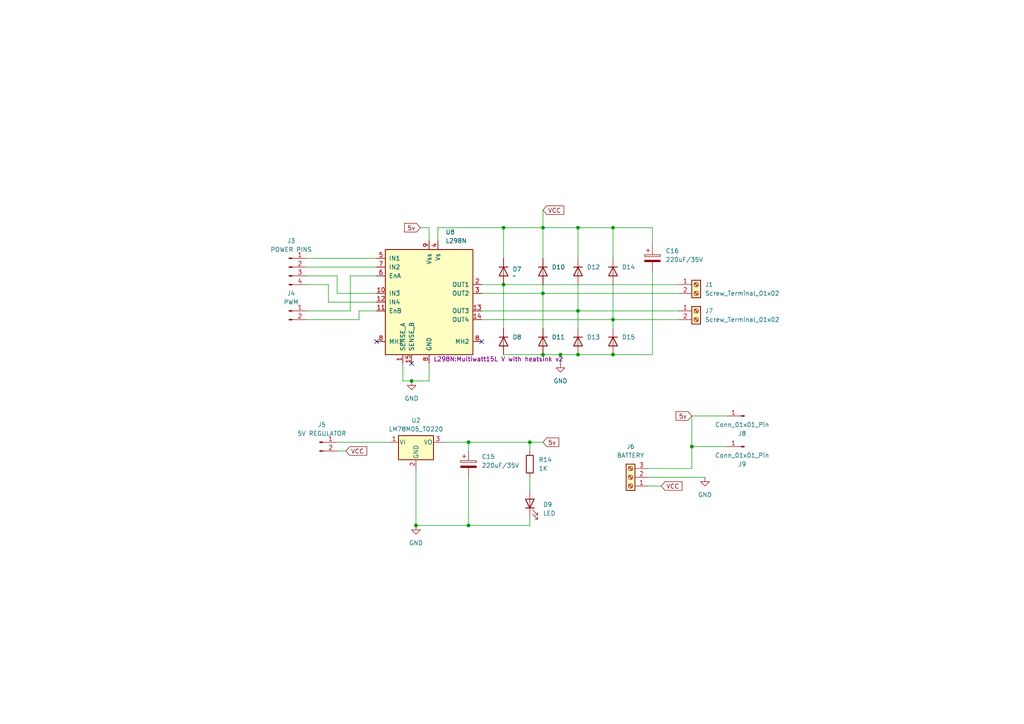
<source format=kicad_sch>
(kicad_sch
	(version 20250114)
	(generator "eeschema")
	(generator_version "9.0")
	(uuid "1a07d220-65b8-4cf8-bbb5-b2adcee52423")
	(paper "A4")
	(lib_symbols
		(symbol "Connector:Conn_01x01_Pin"
			(pin_names
				(offset 1.016)
				(hide yes)
			)
			(exclude_from_sim no)
			(in_bom yes)
			(on_board yes)
			(property "Reference" "J"
				(at 0 2.54 0)
				(effects
					(font
						(size 1.27 1.27)
					)
				)
			)
			(property "Value" "Conn_01x01_Pin"
				(at 0 -2.54 0)
				(effects
					(font
						(size 1.27 1.27)
					)
				)
			)
			(property "Footprint" ""
				(at 0 0 0)
				(effects
					(font
						(size 1.27 1.27)
					)
					(hide yes)
				)
			)
			(property "Datasheet" "~"
				(at 0 0 0)
				(effects
					(font
						(size 1.27 1.27)
					)
					(hide yes)
				)
			)
			(property "Description" "Generic connector, single row, 01x01, script generated"
				(at 0 0 0)
				(effects
					(font
						(size 1.27 1.27)
					)
					(hide yes)
				)
			)
			(property "ki_locked" ""
				(at 0 0 0)
				(effects
					(font
						(size 1.27 1.27)
					)
				)
			)
			(property "ki_keywords" "connector"
				(at 0 0 0)
				(effects
					(font
						(size 1.27 1.27)
					)
					(hide yes)
				)
			)
			(property "ki_fp_filters" "Connector*:*_1x??_*"
				(at 0 0 0)
				(effects
					(font
						(size 1.27 1.27)
					)
					(hide yes)
				)
			)
			(symbol "Conn_01x01_Pin_1_1"
				(rectangle
					(start 0.8636 0.127)
					(end 0 -0.127)
					(stroke
						(width 0.1524)
						(type default)
					)
					(fill
						(type outline)
					)
				)
				(polyline
					(pts
						(xy 1.27 0) (xy 0.8636 0)
					)
					(stroke
						(width 0.1524)
						(type default)
					)
					(fill
						(type none)
					)
				)
				(pin passive line
					(at 5.08 0 180)
					(length 3.81)
					(name "Pin_1"
						(effects
							(font
								(size 1.27 1.27)
							)
						)
					)
					(number "1"
						(effects
							(font
								(size 1.27 1.27)
							)
						)
					)
				)
			)
			(embedded_fonts no)
		)
		(symbol "Connector:Conn_01x02_Pin"
			(pin_names
				(offset 1.016)
				(hide yes)
			)
			(exclude_from_sim no)
			(in_bom yes)
			(on_board yes)
			(property "Reference" "J"
				(at 0 2.54 0)
				(effects
					(font
						(size 1.27 1.27)
					)
				)
			)
			(property "Value" "Conn_01x02_Pin"
				(at 0 -5.08 0)
				(effects
					(font
						(size 1.27 1.27)
					)
				)
			)
			(property "Footprint" ""
				(at 0 0 0)
				(effects
					(font
						(size 1.27 1.27)
					)
					(hide yes)
				)
			)
			(property "Datasheet" "~"
				(at 0 0 0)
				(effects
					(font
						(size 1.27 1.27)
					)
					(hide yes)
				)
			)
			(property "Description" "Generic connector, single row, 01x02, script generated"
				(at 0 0 0)
				(effects
					(font
						(size 1.27 1.27)
					)
					(hide yes)
				)
			)
			(property "ki_locked" ""
				(at 0 0 0)
				(effects
					(font
						(size 1.27 1.27)
					)
				)
			)
			(property "ki_keywords" "connector"
				(at 0 0 0)
				(effects
					(font
						(size 1.27 1.27)
					)
					(hide yes)
				)
			)
			(property "ki_fp_filters" "Connector*:*_1x??_*"
				(at 0 0 0)
				(effects
					(font
						(size 1.27 1.27)
					)
					(hide yes)
				)
			)
			(symbol "Conn_01x02_Pin_1_1"
				(rectangle
					(start 0.8636 0.127)
					(end 0 -0.127)
					(stroke
						(width 0.1524)
						(type default)
					)
					(fill
						(type outline)
					)
				)
				(rectangle
					(start 0.8636 -2.413)
					(end 0 -2.667)
					(stroke
						(width 0.1524)
						(type default)
					)
					(fill
						(type outline)
					)
				)
				(polyline
					(pts
						(xy 1.27 0) (xy 0.8636 0)
					)
					(stroke
						(width 0.1524)
						(type default)
					)
					(fill
						(type none)
					)
				)
				(polyline
					(pts
						(xy 1.27 -2.54) (xy 0.8636 -2.54)
					)
					(stroke
						(width 0.1524)
						(type default)
					)
					(fill
						(type none)
					)
				)
				(pin passive line
					(at 5.08 0 180)
					(length 3.81)
					(name "Pin_1"
						(effects
							(font
								(size 1.27 1.27)
							)
						)
					)
					(number "1"
						(effects
							(font
								(size 1.27 1.27)
							)
						)
					)
				)
				(pin passive line
					(at 5.08 -2.54 180)
					(length 3.81)
					(name "Pin_2"
						(effects
							(font
								(size 1.27 1.27)
							)
						)
					)
					(number "2"
						(effects
							(font
								(size 1.27 1.27)
							)
						)
					)
				)
			)
			(embedded_fonts no)
		)
		(symbol "Connector:Conn_01x04_Pin"
			(pin_names
				(offset 1.016)
				(hide yes)
			)
			(exclude_from_sim no)
			(in_bom yes)
			(on_board yes)
			(property "Reference" "J"
				(at 0 5.08 0)
				(effects
					(font
						(size 1.27 1.27)
					)
				)
			)
			(property "Value" "Conn_01x04_Pin"
				(at 0 -7.62 0)
				(effects
					(font
						(size 1.27 1.27)
					)
				)
			)
			(property "Footprint" ""
				(at 0 0 0)
				(effects
					(font
						(size 1.27 1.27)
					)
					(hide yes)
				)
			)
			(property "Datasheet" "~"
				(at 0 0 0)
				(effects
					(font
						(size 1.27 1.27)
					)
					(hide yes)
				)
			)
			(property "Description" "Generic connector, single row, 01x04, script generated"
				(at 0 0 0)
				(effects
					(font
						(size 1.27 1.27)
					)
					(hide yes)
				)
			)
			(property "ki_locked" ""
				(at 0 0 0)
				(effects
					(font
						(size 1.27 1.27)
					)
				)
			)
			(property "ki_keywords" "connector"
				(at 0 0 0)
				(effects
					(font
						(size 1.27 1.27)
					)
					(hide yes)
				)
			)
			(property "ki_fp_filters" "Connector*:*_1x??_*"
				(at 0 0 0)
				(effects
					(font
						(size 1.27 1.27)
					)
					(hide yes)
				)
			)
			(symbol "Conn_01x04_Pin_1_1"
				(rectangle
					(start 0.8636 2.667)
					(end 0 2.413)
					(stroke
						(width 0.1524)
						(type default)
					)
					(fill
						(type outline)
					)
				)
				(rectangle
					(start 0.8636 0.127)
					(end 0 -0.127)
					(stroke
						(width 0.1524)
						(type default)
					)
					(fill
						(type outline)
					)
				)
				(rectangle
					(start 0.8636 -2.413)
					(end 0 -2.667)
					(stroke
						(width 0.1524)
						(type default)
					)
					(fill
						(type outline)
					)
				)
				(rectangle
					(start 0.8636 -4.953)
					(end 0 -5.207)
					(stroke
						(width 0.1524)
						(type default)
					)
					(fill
						(type outline)
					)
				)
				(polyline
					(pts
						(xy 1.27 2.54) (xy 0.8636 2.54)
					)
					(stroke
						(width 0.1524)
						(type default)
					)
					(fill
						(type none)
					)
				)
				(polyline
					(pts
						(xy 1.27 0) (xy 0.8636 0)
					)
					(stroke
						(width 0.1524)
						(type default)
					)
					(fill
						(type none)
					)
				)
				(polyline
					(pts
						(xy 1.27 -2.54) (xy 0.8636 -2.54)
					)
					(stroke
						(width 0.1524)
						(type default)
					)
					(fill
						(type none)
					)
				)
				(polyline
					(pts
						(xy 1.27 -5.08) (xy 0.8636 -5.08)
					)
					(stroke
						(width 0.1524)
						(type default)
					)
					(fill
						(type none)
					)
				)
				(pin passive line
					(at 5.08 2.54 180)
					(length 3.81)
					(name "Pin_1"
						(effects
							(font
								(size 1.27 1.27)
							)
						)
					)
					(number "1"
						(effects
							(font
								(size 1.27 1.27)
							)
						)
					)
				)
				(pin passive line
					(at 5.08 0 180)
					(length 3.81)
					(name "Pin_2"
						(effects
							(font
								(size 1.27 1.27)
							)
						)
					)
					(number "2"
						(effects
							(font
								(size 1.27 1.27)
							)
						)
					)
				)
				(pin passive line
					(at 5.08 -2.54 180)
					(length 3.81)
					(name "Pin_3"
						(effects
							(font
								(size 1.27 1.27)
							)
						)
					)
					(number "3"
						(effects
							(font
								(size 1.27 1.27)
							)
						)
					)
				)
				(pin passive line
					(at 5.08 -5.08 180)
					(length 3.81)
					(name "Pin_4"
						(effects
							(font
								(size 1.27 1.27)
							)
						)
					)
					(number "4"
						(effects
							(font
								(size 1.27 1.27)
							)
						)
					)
				)
			)
			(embedded_fonts no)
		)
		(symbol "Connector:Screw_Terminal_01x02"
			(pin_names
				(offset 1.016)
				(hide yes)
			)
			(exclude_from_sim no)
			(in_bom yes)
			(on_board yes)
			(property "Reference" "J"
				(at 0 2.54 0)
				(effects
					(font
						(size 1.27 1.27)
					)
				)
			)
			(property "Value" "Screw_Terminal_01x02"
				(at 0 -5.08 0)
				(effects
					(font
						(size 1.27 1.27)
					)
				)
			)
			(property "Footprint" ""
				(at 0 0 0)
				(effects
					(font
						(size 1.27 1.27)
					)
					(hide yes)
				)
			)
			(property "Datasheet" "~"
				(at 0 0 0)
				(effects
					(font
						(size 1.27 1.27)
					)
					(hide yes)
				)
			)
			(property "Description" "Generic screw terminal, single row, 01x02, script generated (kicad-library-utils/schlib/autogen/connector/)"
				(at 0 0 0)
				(effects
					(font
						(size 1.27 1.27)
					)
					(hide yes)
				)
			)
			(property "ki_keywords" "screw terminal"
				(at 0 0 0)
				(effects
					(font
						(size 1.27 1.27)
					)
					(hide yes)
				)
			)
			(property "ki_fp_filters" "TerminalBlock*:*"
				(at 0 0 0)
				(effects
					(font
						(size 1.27 1.27)
					)
					(hide yes)
				)
			)
			(symbol "Screw_Terminal_01x02_1_1"
				(rectangle
					(start -1.27 1.27)
					(end 1.27 -3.81)
					(stroke
						(width 0.254)
						(type default)
					)
					(fill
						(type background)
					)
				)
				(polyline
					(pts
						(xy -0.5334 0.3302) (xy 0.3302 -0.508)
					)
					(stroke
						(width 0.1524)
						(type default)
					)
					(fill
						(type none)
					)
				)
				(polyline
					(pts
						(xy -0.5334 -2.2098) (xy 0.3302 -3.048)
					)
					(stroke
						(width 0.1524)
						(type default)
					)
					(fill
						(type none)
					)
				)
				(polyline
					(pts
						(xy -0.3556 0.508) (xy 0.508 -0.3302)
					)
					(stroke
						(width 0.1524)
						(type default)
					)
					(fill
						(type none)
					)
				)
				(polyline
					(pts
						(xy -0.3556 -2.032) (xy 0.508 -2.8702)
					)
					(stroke
						(width 0.1524)
						(type default)
					)
					(fill
						(type none)
					)
				)
				(circle
					(center 0 0)
					(radius 0.635)
					(stroke
						(width 0.1524)
						(type default)
					)
					(fill
						(type none)
					)
				)
				(circle
					(center 0 -2.54)
					(radius 0.635)
					(stroke
						(width 0.1524)
						(type default)
					)
					(fill
						(type none)
					)
				)
				(pin passive line
					(at -5.08 0 0)
					(length 3.81)
					(name "Pin_1"
						(effects
							(font
								(size 1.27 1.27)
							)
						)
					)
					(number "1"
						(effects
							(font
								(size 1.27 1.27)
							)
						)
					)
				)
				(pin passive line
					(at -5.08 -2.54 0)
					(length 3.81)
					(name "Pin_2"
						(effects
							(font
								(size 1.27 1.27)
							)
						)
					)
					(number "2"
						(effects
							(font
								(size 1.27 1.27)
							)
						)
					)
				)
			)
			(embedded_fonts no)
		)
		(symbol "Connector:Screw_Terminal_01x03"
			(pin_names
				(offset 1.016)
				(hide yes)
			)
			(exclude_from_sim no)
			(in_bom yes)
			(on_board yes)
			(property "Reference" "J"
				(at 0 5.08 0)
				(effects
					(font
						(size 1.27 1.27)
					)
				)
			)
			(property "Value" "Screw_Terminal_01x03"
				(at 0 -5.08 0)
				(effects
					(font
						(size 1.27 1.27)
					)
				)
			)
			(property "Footprint" ""
				(at 0 0 0)
				(effects
					(font
						(size 1.27 1.27)
					)
					(hide yes)
				)
			)
			(property "Datasheet" "~"
				(at 0 0 0)
				(effects
					(font
						(size 1.27 1.27)
					)
					(hide yes)
				)
			)
			(property "Description" "Generic screw terminal, single row, 01x03, script generated (kicad-library-utils/schlib/autogen/connector/)"
				(at 0 0 0)
				(effects
					(font
						(size 1.27 1.27)
					)
					(hide yes)
				)
			)
			(property "ki_keywords" "screw terminal"
				(at 0 0 0)
				(effects
					(font
						(size 1.27 1.27)
					)
					(hide yes)
				)
			)
			(property "ki_fp_filters" "TerminalBlock*:*"
				(at 0 0 0)
				(effects
					(font
						(size 1.27 1.27)
					)
					(hide yes)
				)
			)
			(symbol "Screw_Terminal_01x03_1_1"
				(rectangle
					(start -1.27 3.81)
					(end 1.27 -3.81)
					(stroke
						(width 0.254)
						(type default)
					)
					(fill
						(type background)
					)
				)
				(polyline
					(pts
						(xy -0.5334 2.8702) (xy 0.3302 2.032)
					)
					(stroke
						(width 0.1524)
						(type default)
					)
					(fill
						(type none)
					)
				)
				(polyline
					(pts
						(xy -0.5334 0.3302) (xy 0.3302 -0.508)
					)
					(stroke
						(width 0.1524)
						(type default)
					)
					(fill
						(type none)
					)
				)
				(polyline
					(pts
						(xy -0.5334 -2.2098) (xy 0.3302 -3.048)
					)
					(stroke
						(width 0.1524)
						(type default)
					)
					(fill
						(type none)
					)
				)
				(polyline
					(pts
						(xy -0.3556 3.048) (xy 0.508 2.2098)
					)
					(stroke
						(width 0.1524)
						(type default)
					)
					(fill
						(type none)
					)
				)
				(polyline
					(pts
						(xy -0.3556 0.508) (xy 0.508 -0.3302)
					)
					(stroke
						(width 0.1524)
						(type default)
					)
					(fill
						(type none)
					)
				)
				(polyline
					(pts
						(xy -0.3556 -2.032) (xy 0.508 -2.8702)
					)
					(stroke
						(width 0.1524)
						(type default)
					)
					(fill
						(type none)
					)
				)
				(circle
					(center 0 2.54)
					(radius 0.635)
					(stroke
						(width 0.1524)
						(type default)
					)
					(fill
						(type none)
					)
				)
				(circle
					(center 0 0)
					(radius 0.635)
					(stroke
						(width 0.1524)
						(type default)
					)
					(fill
						(type none)
					)
				)
				(circle
					(center 0 -2.54)
					(radius 0.635)
					(stroke
						(width 0.1524)
						(type default)
					)
					(fill
						(type none)
					)
				)
				(pin passive line
					(at -5.08 2.54 0)
					(length 3.81)
					(name "Pin_1"
						(effects
							(font
								(size 1.27 1.27)
							)
						)
					)
					(number "1"
						(effects
							(font
								(size 1.27 1.27)
							)
						)
					)
				)
				(pin passive line
					(at -5.08 0 0)
					(length 3.81)
					(name "Pin_2"
						(effects
							(font
								(size 1.27 1.27)
							)
						)
					)
					(number "2"
						(effects
							(font
								(size 1.27 1.27)
							)
						)
					)
				)
				(pin passive line
					(at -5.08 -2.54 0)
					(length 3.81)
					(name "Pin_3"
						(effects
							(font
								(size 1.27 1.27)
							)
						)
					)
					(number "3"
						(effects
							(font
								(size 1.27 1.27)
							)
						)
					)
				)
			)
			(embedded_fonts no)
		)
		(symbol "Device:C_Polarized"
			(pin_numbers
				(hide yes)
			)
			(pin_names
				(offset 0.254)
			)
			(exclude_from_sim no)
			(in_bom yes)
			(on_board yes)
			(property "Reference" "C"
				(at 0.635 2.54 0)
				(effects
					(font
						(size 1.27 1.27)
					)
					(justify left)
				)
			)
			(property "Value" "C_Polarized"
				(at 0.635 -2.54 0)
				(effects
					(font
						(size 1.27 1.27)
					)
					(justify left)
				)
			)
			(property "Footprint" ""
				(at 0.9652 -3.81 0)
				(effects
					(font
						(size 1.27 1.27)
					)
					(hide yes)
				)
			)
			(property "Datasheet" "~"
				(at 0 0 0)
				(effects
					(font
						(size 1.27 1.27)
					)
					(hide yes)
				)
			)
			(property "Description" "Polarized capacitor"
				(at 0 0 0)
				(effects
					(font
						(size 1.27 1.27)
					)
					(hide yes)
				)
			)
			(property "ki_keywords" "cap capacitor"
				(at 0 0 0)
				(effects
					(font
						(size 1.27 1.27)
					)
					(hide yes)
				)
			)
			(property "ki_fp_filters" "CP_*"
				(at 0 0 0)
				(effects
					(font
						(size 1.27 1.27)
					)
					(hide yes)
				)
			)
			(symbol "C_Polarized_0_1"
				(rectangle
					(start -2.286 0.508)
					(end 2.286 1.016)
					(stroke
						(width 0)
						(type default)
					)
					(fill
						(type none)
					)
				)
				(polyline
					(pts
						(xy -1.778 2.286) (xy -0.762 2.286)
					)
					(stroke
						(width 0)
						(type default)
					)
					(fill
						(type none)
					)
				)
				(polyline
					(pts
						(xy -1.27 2.794) (xy -1.27 1.778)
					)
					(stroke
						(width 0)
						(type default)
					)
					(fill
						(type none)
					)
				)
				(rectangle
					(start 2.286 -0.508)
					(end -2.286 -1.016)
					(stroke
						(width 0)
						(type default)
					)
					(fill
						(type outline)
					)
				)
			)
			(symbol "C_Polarized_1_1"
				(pin passive line
					(at 0 3.81 270)
					(length 2.794)
					(name "~"
						(effects
							(font
								(size 1.27 1.27)
							)
						)
					)
					(number "1"
						(effects
							(font
								(size 1.27 1.27)
							)
						)
					)
				)
				(pin passive line
					(at 0 -3.81 90)
					(length 2.794)
					(name "~"
						(effects
							(font
								(size 1.27 1.27)
							)
						)
					)
					(number "2"
						(effects
							(font
								(size 1.27 1.27)
							)
						)
					)
				)
			)
			(embedded_fonts no)
		)
		(symbol "Device:LED"
			(pin_numbers
				(hide yes)
			)
			(pin_names
				(offset 1.016)
				(hide yes)
			)
			(exclude_from_sim no)
			(in_bom yes)
			(on_board yes)
			(property "Reference" "D"
				(at 0 2.54 0)
				(effects
					(font
						(size 1.27 1.27)
					)
				)
			)
			(property "Value" "LED"
				(at 0 -2.54 0)
				(effects
					(font
						(size 1.27 1.27)
					)
				)
			)
			(property "Footprint" ""
				(at 0 0 0)
				(effects
					(font
						(size 1.27 1.27)
					)
					(hide yes)
				)
			)
			(property "Datasheet" "~"
				(at 0 0 0)
				(effects
					(font
						(size 1.27 1.27)
					)
					(hide yes)
				)
			)
			(property "Description" "Light emitting diode"
				(at 0 0 0)
				(effects
					(font
						(size 1.27 1.27)
					)
					(hide yes)
				)
			)
			(property "Sim.Pins" "1=K 2=A"
				(at 0 0 0)
				(effects
					(font
						(size 1.27 1.27)
					)
					(hide yes)
				)
			)
			(property "ki_keywords" "LED diode"
				(at 0 0 0)
				(effects
					(font
						(size 1.27 1.27)
					)
					(hide yes)
				)
			)
			(property "ki_fp_filters" "LED* LED_SMD:* LED_THT:*"
				(at 0 0 0)
				(effects
					(font
						(size 1.27 1.27)
					)
					(hide yes)
				)
			)
			(symbol "LED_0_1"
				(polyline
					(pts
						(xy -3.048 -0.762) (xy -4.572 -2.286) (xy -3.81 -2.286) (xy -4.572 -2.286) (xy -4.572 -1.524)
					)
					(stroke
						(width 0)
						(type default)
					)
					(fill
						(type none)
					)
				)
				(polyline
					(pts
						(xy -1.778 -0.762) (xy -3.302 -2.286) (xy -2.54 -2.286) (xy -3.302 -2.286) (xy -3.302 -1.524)
					)
					(stroke
						(width 0)
						(type default)
					)
					(fill
						(type none)
					)
				)
				(polyline
					(pts
						(xy -1.27 0) (xy 1.27 0)
					)
					(stroke
						(width 0)
						(type default)
					)
					(fill
						(type none)
					)
				)
				(polyline
					(pts
						(xy -1.27 -1.27) (xy -1.27 1.27)
					)
					(stroke
						(width 0.254)
						(type default)
					)
					(fill
						(type none)
					)
				)
				(polyline
					(pts
						(xy 1.27 -1.27) (xy 1.27 1.27) (xy -1.27 0) (xy 1.27 -1.27)
					)
					(stroke
						(width 0.254)
						(type default)
					)
					(fill
						(type none)
					)
				)
			)
			(symbol "LED_1_1"
				(pin passive line
					(at -3.81 0 0)
					(length 2.54)
					(name "K"
						(effects
							(font
								(size 1.27 1.27)
							)
						)
					)
					(number "1"
						(effects
							(font
								(size 1.27 1.27)
							)
						)
					)
				)
				(pin passive line
					(at 3.81 0 180)
					(length 2.54)
					(name "A"
						(effects
							(font
								(size 1.27 1.27)
							)
						)
					)
					(number "2"
						(effects
							(font
								(size 1.27 1.27)
							)
						)
					)
				)
			)
			(embedded_fonts no)
		)
		(symbol "Device:R"
			(pin_numbers
				(hide yes)
			)
			(pin_names
				(offset 0)
			)
			(exclude_from_sim no)
			(in_bom yes)
			(on_board yes)
			(property "Reference" "R"
				(at 2.032 0 90)
				(effects
					(font
						(size 1.27 1.27)
					)
				)
			)
			(property "Value" "R"
				(at 0 0 90)
				(effects
					(font
						(size 1.27 1.27)
					)
				)
			)
			(property "Footprint" ""
				(at -1.778 0 90)
				(effects
					(font
						(size 1.27 1.27)
					)
					(hide yes)
				)
			)
			(property "Datasheet" "~"
				(at 0 0 0)
				(effects
					(font
						(size 1.27 1.27)
					)
					(hide yes)
				)
			)
			(property "Description" "Resistor"
				(at 0 0 0)
				(effects
					(font
						(size 1.27 1.27)
					)
					(hide yes)
				)
			)
			(property "ki_keywords" "R res resistor"
				(at 0 0 0)
				(effects
					(font
						(size 1.27 1.27)
					)
					(hide yes)
				)
			)
			(property "ki_fp_filters" "R_*"
				(at 0 0 0)
				(effects
					(font
						(size 1.27 1.27)
					)
					(hide yes)
				)
			)
			(symbol "R_0_1"
				(rectangle
					(start -1.016 -2.54)
					(end 1.016 2.54)
					(stroke
						(width 0.254)
						(type default)
					)
					(fill
						(type none)
					)
				)
			)
			(symbol "R_1_1"
				(pin passive line
					(at 0 3.81 270)
					(length 1.27)
					(name "~"
						(effects
							(font
								(size 1.27 1.27)
							)
						)
					)
					(number "1"
						(effects
							(font
								(size 1.27 1.27)
							)
						)
					)
				)
				(pin passive line
					(at 0 -3.81 90)
					(length 1.27)
					(name "~"
						(effects
							(font
								(size 1.27 1.27)
							)
						)
					)
					(number "2"
						(effects
							(font
								(size 1.27 1.27)
							)
						)
					)
				)
			)
			(embedded_fonts no)
		)
		(symbol "Diode:1N4148WT"
			(pin_numbers
				(hide yes)
			)
			(pin_names
				(hide yes)
			)
			(exclude_from_sim no)
			(in_bom yes)
			(on_board yes)
			(property "Reference" "D"
				(at 0 2.54 0)
				(effects
					(font
						(size 1.27 1.27)
					)
				)
			)
			(property "Value" "1N4148WT"
				(at 0 -2.54 0)
				(effects
					(font
						(size 1.27 1.27)
					)
				)
			)
			(property "Footprint" "Diode_SMD:D_SOD-523"
				(at 0 -4.445 0)
				(effects
					(font
						(size 1.27 1.27)
					)
					(hide yes)
				)
			)
			(property "Datasheet" "https://www.diodes.com/assets/Datasheets/ds30396.pdf"
				(at 0 0 0)
				(effects
					(font
						(size 1.27 1.27)
					)
					(hide yes)
				)
			)
			(property "Description" "75V 0.15A Fast switching Diode, SOD-523"
				(at 0 0 0)
				(effects
					(font
						(size 1.27 1.27)
					)
					(hide yes)
				)
			)
			(property "Sim.Device" "D"
				(at 0 0 0)
				(effects
					(font
						(size 1.27 1.27)
					)
					(hide yes)
				)
			)
			(property "Sim.Pins" "1=K 2=A"
				(at 0 0 0)
				(effects
					(font
						(size 1.27 1.27)
					)
					(hide yes)
				)
			)
			(property "ki_keywords" "diode"
				(at 0 0 0)
				(effects
					(font
						(size 1.27 1.27)
					)
					(hide yes)
				)
			)
			(property "ki_fp_filters" "D*SOD?523*"
				(at 0 0 0)
				(effects
					(font
						(size 1.27 1.27)
					)
					(hide yes)
				)
			)
			(symbol "1N4148WT_0_1"
				(polyline
					(pts
						(xy -1.27 1.27) (xy -1.27 -1.27)
					)
					(stroke
						(width 0.254)
						(type default)
					)
					(fill
						(type none)
					)
				)
				(polyline
					(pts
						(xy 1.27 1.27) (xy 1.27 -1.27) (xy -1.27 0) (xy 1.27 1.27)
					)
					(stroke
						(width 0.254)
						(type default)
					)
					(fill
						(type none)
					)
				)
				(polyline
					(pts
						(xy 1.27 0) (xy -1.27 0)
					)
					(stroke
						(width 0)
						(type default)
					)
					(fill
						(type none)
					)
				)
			)
			(symbol "1N4148WT_1_1"
				(pin passive line
					(at -3.81 0 0)
					(length 2.54)
					(name "K"
						(effects
							(font
								(size 1.27 1.27)
							)
						)
					)
					(number "1"
						(effects
							(font
								(size 1.27 1.27)
							)
						)
					)
				)
				(pin passive line
					(at 3.81 0 180)
					(length 2.54)
					(name "A"
						(effects
							(font
								(size 1.27 1.27)
							)
						)
					)
					(number "2"
						(effects
							(font
								(size 1.27 1.27)
							)
						)
					)
				)
			)
			(embedded_fonts no)
		)
		(symbol "Driver_Motor:L298N"
			(pin_names
				(offset 1.016)
			)
			(exclude_from_sim no)
			(in_bom yes)
			(on_board yes)
			(property "Reference" "U5"
				(at 4.7341 20.32 0)
				(effects
					(font
						(size 1.27 1.27)
					)
					(justify left)
				)
			)
			(property "Value" "L298N"
				(at 4.7341 17.78 0)
				(effects
					(font
						(size 1.27 1.27)
					)
					(justify left)
				)
			)
			(property "Footprint" "HEATSINK:Multiwatt15L V with heatsink v2 (1)"
				(at 1.27 -16.51 0)
				(effects
					(font
						(size 1.27 1.27)
					)
					(justify left)
					(hide yes)
				)
			)
			(property "Datasheet" "http://www.st.com/st-web-ui/static/active/en/resource/technical/document/datasheet/CD00000240.pdf"
				(at 3.81 6.35 0)
				(effects
					(font
						(size 1.27 1.27)
					)
					(hide yes)
				)
			)
			(property "Description" "Dual full bridge motor driver, up to 46V, 4A, Multiwatt15-V"
				(at 0 0 0)
				(effects
					(font
						(size 1.27 1.27)
					)
					(hide yes)
				)
			)
			(property "ki_keywords" "H-bridge motor driver"
				(at 0 0 0)
				(effects
					(font
						(size 1.27 1.27)
					)
					(hide yes)
				)
			)
			(property "ki_fp_filters" "TO?220*StaggerOdd*Vertical*"
				(at 0 0 0)
				(effects
					(font
						(size 1.27 1.27)
					)
					(hide yes)
				)
			)
			(symbol "L298N_0_1"
				(rectangle
					(start -12.7 15.24)
					(end 12.7 -15.24)
					(stroke
						(width 0.254)
						(type default)
					)
					(fill
						(type background)
					)
				)
			)
			(symbol "L298N_1_1"
				(pin input line
					(at -15.24 12.7 0)
					(length 2.54)
					(name "IN1"
						(effects
							(font
								(size 1.27 1.27)
							)
						)
					)
					(number "5"
						(effects
							(font
								(size 1.27 1.27)
							)
						)
					)
				)
				(pin input line
					(at -15.24 10.16 0)
					(length 2.54)
					(name "IN2"
						(effects
							(font
								(size 1.27 1.27)
							)
						)
					)
					(number "7"
						(effects
							(font
								(size 1.27 1.27)
							)
						)
					)
				)
				(pin input line
					(at -15.24 7.62 0)
					(length 2.54)
					(name "EnA"
						(effects
							(font
								(size 1.27 1.27)
							)
						)
					)
					(number "6"
						(effects
							(font
								(size 1.27 1.27)
							)
						)
					)
				)
				(pin input line
					(at -15.24 2.54 0)
					(length 2.54)
					(name "IN3"
						(effects
							(font
								(size 1.27 1.27)
							)
						)
					)
					(number "10"
						(effects
							(font
								(size 1.27 1.27)
							)
						)
					)
				)
				(pin input line
					(at -15.24 0 0)
					(length 2.54)
					(name "IN4"
						(effects
							(font
								(size 1.27 1.27)
							)
						)
					)
					(number "12"
						(effects
							(font
								(size 1.27 1.27)
							)
						)
					)
				)
				(pin input line
					(at -15.24 -2.54 0)
					(length 2.54)
					(name "EnB"
						(effects
							(font
								(size 1.27 1.27)
							)
						)
					)
					(number "11"
						(effects
							(font
								(size 1.27 1.27)
							)
						)
					)
				)
				(pin power_in line
					(at -15.24 -11.43 0)
					(length 2.54)
					(name "MH1"
						(effects
							(font
								(size 1.27 1.27)
							)
						)
					)
					(number "8"
						(effects
							(font
								(size 1.27 1.27)
							)
						)
					)
				)
				(pin power_in line
					(at -7.62 -17.78 90)
					(length 2.54)
					(name "SENSE_A"
						(effects
							(font
								(size 1.27 1.27)
							)
						)
					)
					(number "1"
						(effects
							(font
								(size 1.27 1.27)
							)
						)
					)
				)
				(pin power_in line
					(at -5.08 -17.78 90)
					(length 2.54)
					(name "SENSE_B"
						(effects
							(font
								(size 1.27 1.27)
							)
						)
					)
					(number "15"
						(effects
							(font
								(size 1.27 1.27)
							)
						)
					)
				)
				(pin power_in line
					(at 0 17.78 270)
					(length 2.54)
					(name "Vss"
						(effects
							(font
								(size 1.27 1.27)
							)
						)
					)
					(number "9"
						(effects
							(font
								(size 1.27 1.27)
							)
						)
					)
				)
				(pin power_in line
					(at 0 -17.78 90)
					(length 2.54)
					(name "GND"
						(effects
							(font
								(size 1.27 1.27)
							)
						)
					)
					(number "8"
						(effects
							(font
								(size 1.27 1.27)
							)
						)
					)
				)
				(pin power_in line
					(at 2.54 17.78 270)
					(length 2.54)
					(name "Vs"
						(effects
							(font
								(size 1.27 1.27)
							)
						)
					)
					(number "4"
						(effects
							(font
								(size 1.27 1.27)
							)
						)
					)
				)
				(pin output line
					(at 15.24 5.08 180)
					(length 2.54)
					(name "OUT1"
						(effects
							(font
								(size 1.27 1.27)
							)
						)
					)
					(number "2"
						(effects
							(font
								(size 1.27 1.27)
							)
						)
					)
				)
				(pin output line
					(at 15.24 2.54 180)
					(length 2.54)
					(name "OUT2"
						(effects
							(font
								(size 1.27 1.27)
							)
						)
					)
					(number "3"
						(effects
							(font
								(size 1.27 1.27)
							)
						)
					)
				)
				(pin output line
					(at 15.24 -2.54 180)
					(length 2.54)
					(name "OUT3"
						(effects
							(font
								(size 1.27 1.27)
							)
						)
					)
					(number "13"
						(effects
							(font
								(size 1.27 1.27)
							)
						)
					)
				)
				(pin output line
					(at 15.24 -5.08 180)
					(length 2.54)
					(name "OUT4"
						(effects
							(font
								(size 1.27 1.27)
							)
						)
					)
					(number "14"
						(effects
							(font
								(size 1.27 1.27)
							)
						)
					)
				)
				(pin power_in line
					(at 15.24 -11.43 180)
					(length 2.54)
					(name "MH2"
						(effects
							(font
								(size 1.27 1.27)
							)
						)
					)
					(number "8"
						(effects
							(font
								(size 1.27 1.27)
							)
						)
					)
				)
			)
			(embedded_fonts no)
		)
		(symbol "Regulator_Linear:LM78M05_TO220"
			(pin_names
				(offset 0.254)
			)
			(exclude_from_sim no)
			(in_bom yes)
			(on_board yes)
			(property "Reference" "U"
				(at -3.81 3.175 0)
				(effects
					(font
						(size 1.27 1.27)
					)
				)
			)
			(property "Value" "LM78M05_TO220"
				(at 0 3.175 0)
				(effects
					(font
						(size 1.27 1.27)
					)
					(justify left)
				)
			)
			(property "Footprint" "Package_TO_SOT_THT:TO-220-3_Vertical"
				(at 0 5.715 0)
				(effects
					(font
						(size 1.27 1.27)
						(italic yes)
					)
					(hide yes)
				)
			)
			(property "Datasheet" "https://www.onsemi.com/pub/Collateral/MC78M00-D.PDF"
				(at 0 -1.27 0)
				(effects
					(font
						(size 1.27 1.27)
					)
					(hide yes)
				)
			)
			(property "Description" "Positive 500mA 35V Linear Regulator, Fixed Output 5V, TO-220"
				(at 0 0 0)
				(effects
					(font
						(size 1.27 1.27)
					)
					(hide yes)
				)
			)
			(property "ki_keywords" "Voltage Regulator 500mA Positive"
				(at 0 0 0)
				(effects
					(font
						(size 1.27 1.27)
					)
					(hide yes)
				)
			)
			(property "ki_fp_filters" "TO?220*"
				(at 0 0 0)
				(effects
					(font
						(size 1.27 1.27)
					)
					(hide yes)
				)
			)
			(symbol "LM78M05_TO220_0_1"
				(rectangle
					(start -5.08 1.905)
					(end 5.08 -5.08)
					(stroke
						(width 0.254)
						(type default)
					)
					(fill
						(type background)
					)
				)
			)
			(symbol "LM78M05_TO220_1_1"
				(pin power_in line
					(at -7.62 0 0)
					(length 2.54)
					(name "VI"
						(effects
							(font
								(size 1.27 1.27)
							)
						)
					)
					(number "1"
						(effects
							(font
								(size 1.27 1.27)
							)
						)
					)
				)
				(pin power_in line
					(at 0 -7.62 90)
					(length 2.54)
					(name "GND"
						(effects
							(font
								(size 1.27 1.27)
							)
						)
					)
					(number "2"
						(effects
							(font
								(size 1.27 1.27)
							)
						)
					)
				)
				(pin power_out line
					(at 7.62 0 180)
					(length 2.54)
					(name "VO"
						(effects
							(font
								(size 1.27 1.27)
							)
						)
					)
					(number "3"
						(effects
							(font
								(size 1.27 1.27)
							)
						)
					)
				)
			)
			(embedded_fonts no)
		)
		(symbol "power:GND"
			(power)
			(pin_numbers
				(hide yes)
			)
			(pin_names
				(offset 0)
				(hide yes)
			)
			(exclude_from_sim no)
			(in_bom yes)
			(on_board yes)
			(property "Reference" "#PWR"
				(at 0 -6.35 0)
				(effects
					(font
						(size 1.27 1.27)
					)
					(hide yes)
				)
			)
			(property "Value" "GND"
				(at 0 -3.81 0)
				(effects
					(font
						(size 1.27 1.27)
					)
				)
			)
			(property "Footprint" ""
				(at 0 0 0)
				(effects
					(font
						(size 1.27 1.27)
					)
					(hide yes)
				)
			)
			(property "Datasheet" ""
				(at 0 0 0)
				(effects
					(font
						(size 1.27 1.27)
					)
					(hide yes)
				)
			)
			(property "Description" "Power symbol creates a global label with name \"GND\" , ground"
				(at 0 0 0)
				(effects
					(font
						(size 1.27 1.27)
					)
					(hide yes)
				)
			)
			(property "ki_keywords" "global power"
				(at 0 0 0)
				(effects
					(font
						(size 1.27 1.27)
					)
					(hide yes)
				)
			)
			(symbol "GND_0_1"
				(polyline
					(pts
						(xy 0 0) (xy 0 -1.27) (xy 1.27 -1.27) (xy 0 -2.54) (xy -1.27 -1.27) (xy 0 -1.27)
					)
					(stroke
						(width 0)
						(type default)
					)
					(fill
						(type none)
					)
				)
			)
			(symbol "GND_1_1"
				(pin power_in line
					(at 0 0 270)
					(length 0)
					(name "~"
						(effects
							(font
								(size 1.27 1.27)
							)
						)
					)
					(number "1"
						(effects
							(font
								(size 1.27 1.27)
							)
						)
					)
				)
			)
			(embedded_fonts no)
		)
	)
	(junction
		(at 146.05 82.55)
		(diameter 0)
		(color 0 0 0 0)
		(uuid "1240866a-f20d-4f79-81e3-e8f2566ff6de")
	)
	(junction
		(at 120.65 152.4)
		(diameter 0)
		(color 0 0 0 0)
		(uuid "389d5732-7939-4564-9ced-915d01e61dee")
	)
	(junction
		(at 157.48 85.09)
		(diameter 0)
		(color 0 0 0 0)
		(uuid "3cd0554f-0f2c-4296-a40b-cbbd869089d9")
	)
	(junction
		(at 177.8 92.71)
		(diameter 0)
		(color 0 0 0 0)
		(uuid "3dc45546-fd89-4854-b999-a301a5fbe152")
	)
	(junction
		(at 153.67 128.27)
		(diameter 0)
		(color 0 0 0 0)
		(uuid "422cef77-83cc-4a96-8b13-f5edbaee4f93")
	)
	(junction
		(at 135.89 128.27)
		(diameter 0)
		(color 0 0 0 0)
		(uuid "5f2baa4a-6c0b-4aa5-8b6b-395c813d385f")
	)
	(junction
		(at 177.8 102.87)
		(diameter 0)
		(color 0 0 0 0)
		(uuid "6ad327ce-c335-4734-81ea-610fe54f0ae0")
	)
	(junction
		(at 157.48 66.04)
		(diameter 0)
		(color 0 0 0 0)
		(uuid "7e510302-278e-428c-a4c5-7183eabac6f8")
	)
	(junction
		(at 177.8 66.04)
		(diameter 0)
		(color 0 0 0 0)
		(uuid "8134de78-772b-4b96-aa3b-05ddc45261ed")
	)
	(junction
		(at 167.64 102.87)
		(diameter 0)
		(color 0 0 0 0)
		(uuid "961e38ed-9437-4ef1-897b-10c4278d94fb")
	)
	(junction
		(at 167.64 90.17)
		(diameter 0)
		(color 0 0 0 0)
		(uuid "994b9ea6-92d2-4ed2-8164-d7f3329c9c20")
	)
	(junction
		(at 157.48 102.87)
		(diameter 0)
		(color 0 0 0 0)
		(uuid "9e4fd24d-4cba-4bc3-aa3e-e3500825fe67")
	)
	(junction
		(at 146.05 66.04)
		(diameter 0)
		(color 0 0 0 0)
		(uuid "9fc97f46-7ee0-4198-bdb6-f2ca92339d5d")
	)
	(junction
		(at 167.64 66.04)
		(diameter 0)
		(color 0 0 0 0)
		(uuid "b25276fa-ab96-4aa1-8e93-181fa74d2b3f")
	)
	(junction
		(at 162.56 102.87)
		(diameter 0)
		(color 0 0 0 0)
		(uuid "b576c290-b98b-4233-aee1-4e4e4200ac2b")
	)
	(junction
		(at 200.66 129.54)
		(diameter 0)
		(color 0 0 0 0)
		(uuid "b961c8a1-ae66-416f-bae2-1109837824fd")
	)
	(junction
		(at 135.89 152.4)
		(diameter 0)
		(color 0 0 0 0)
		(uuid "d843943b-ab2c-4b46-967f-34700f9fa93c")
	)
	(junction
		(at 119.38 110.49)
		(diameter 0)
		(color 0 0 0 0)
		(uuid "fb461f22-14ab-4b38-b515-db0b0b275a58")
	)
	(no_connect
		(at 109.22 99.06)
		(uuid "2100bd63-d808-44c5-9a66-32253539fe09")
	)
	(no_connect
		(at 119.38 105.41)
		(uuid "75a481d7-4cc3-4687-a7b5-a73c179458f4")
	)
	(no_connect
		(at 139.7 99.06)
		(uuid "9c78bf2a-d7d8-4329-9029-25e2eecbb1c9")
	)
	(wire
		(pts
			(xy 162.56 102.87) (xy 167.64 102.87)
		)
		(stroke
			(width 0)
			(type default)
		)
		(uuid "0124c7c8-fc15-4df0-b54a-cb69ebe65afb")
	)
	(wire
		(pts
			(xy 120.65 135.89) (xy 120.65 152.4)
		)
		(stroke
			(width 0)
			(type default)
		)
		(uuid "026973a7-81c4-4b67-81a2-bc351f0ef2ee")
	)
	(wire
		(pts
			(xy 157.48 60.96) (xy 157.48 66.04)
		)
		(stroke
			(width 0)
			(type default)
		)
		(uuid "081d0e60-c6ba-4ecf-8826-5c702fa7af59")
	)
	(wire
		(pts
			(xy 157.48 66.04) (xy 167.64 66.04)
		)
		(stroke
			(width 0)
			(type default)
		)
		(uuid "085947ab-0de3-4691-aa1e-624c9231a507")
	)
	(wire
		(pts
			(xy 146.05 66.04) (xy 146.05 74.93)
		)
		(stroke
			(width 0)
			(type default)
		)
		(uuid "0a1c4616-5f2b-4afc-9e87-4014223c6c79")
	)
	(wire
		(pts
			(xy 157.48 82.55) (xy 157.48 85.09)
		)
		(stroke
			(width 0)
			(type default)
		)
		(uuid "132eb3dc-7d25-4bdc-a222-3d8361eec8e5")
	)
	(wire
		(pts
			(xy 200.66 129.54) (xy 200.66 120.65)
		)
		(stroke
			(width 0)
			(type default)
		)
		(uuid "13751b26-efae-416a-8949-5a68214dc1d8")
	)
	(wire
		(pts
			(xy 97.79 85.09) (xy 97.79 80.01)
		)
		(stroke
			(width 0)
			(type default)
		)
		(uuid "14ce2cd2-1438-4e43-bb64-e09e05145143")
	)
	(wire
		(pts
			(xy 167.64 82.55) (xy 167.64 90.17)
		)
		(stroke
			(width 0)
			(type default)
		)
		(uuid "1567a03a-1457-461c-bfd7-838febb8419f")
	)
	(wire
		(pts
			(xy 121.92 66.04) (xy 124.46 66.04)
		)
		(stroke
			(width 0)
			(type default)
		)
		(uuid "15cb59cc-efb7-4d97-a33d-f4a9b1ee2543")
	)
	(wire
		(pts
			(xy 95.25 87.63) (xy 95.25 82.55)
		)
		(stroke
			(width 0)
			(type default)
		)
		(uuid "1a54ada2-c5d4-4f20-b5b7-ae7db2d95e49")
	)
	(wire
		(pts
			(xy 177.8 66.04) (xy 177.8 74.93)
		)
		(stroke
			(width 0)
			(type default)
		)
		(uuid "1b2b4f4b-9d17-42b0-a77c-a27b9025f397")
	)
	(wire
		(pts
			(xy 88.9 77.47) (xy 109.22 77.47)
		)
		(stroke
			(width 0)
			(type default)
		)
		(uuid "1be478d1-e91e-4a41-b5b2-d9262cd4c33b")
	)
	(wire
		(pts
			(xy 157.48 66.04) (xy 157.48 74.93)
		)
		(stroke
			(width 0)
			(type default)
		)
		(uuid "22089d73-9efa-48a2-9fb4-826e667cc6c7")
	)
	(wire
		(pts
			(xy 100.33 130.81) (xy 97.79 130.81)
		)
		(stroke
			(width 0)
			(type default)
		)
		(uuid "26961b31-2e64-44a3-8b65-5c0ce0599c30")
	)
	(wire
		(pts
			(xy 153.67 128.27) (xy 153.67 130.81)
		)
		(stroke
			(width 0)
			(type default)
		)
		(uuid "2c6e0584-3b72-467a-b51b-e9bb76933f92")
	)
	(wire
		(pts
			(xy 97.79 85.09) (xy 109.22 85.09)
		)
		(stroke
			(width 0)
			(type default)
		)
		(uuid "32816673-120b-41f3-a3b7-84217bcda185")
	)
	(wire
		(pts
			(xy 189.23 66.04) (xy 189.23 71.12)
		)
		(stroke
			(width 0)
			(type default)
		)
		(uuid "351baaa7-75bf-4784-a0a3-95ddb37d7768")
	)
	(wire
		(pts
			(xy 127 66.04) (xy 127 69.85)
		)
		(stroke
			(width 0)
			(type default)
		)
		(uuid "397e3627-d61a-4902-8155-e67d23bf5dc7")
	)
	(wire
		(pts
			(xy 167.64 102.87) (xy 177.8 102.87)
		)
		(stroke
			(width 0)
			(type default)
		)
		(uuid "3ef3ee9c-40fe-48c4-b1b0-76ba6aa8a81e")
	)
	(wire
		(pts
			(xy 101.6 80.01) (xy 101.6 90.17)
		)
		(stroke
			(width 0)
			(type default)
		)
		(uuid "444e912c-752c-43d2-86cf-3da5dc7a736a")
	)
	(wire
		(pts
			(xy 146.05 66.04) (xy 157.48 66.04)
		)
		(stroke
			(width 0)
			(type default)
		)
		(uuid "4ab95e5a-4400-4010-b69b-4cf350a4599f")
	)
	(wire
		(pts
			(xy 120.65 152.4) (xy 135.89 152.4)
		)
		(stroke
			(width 0)
			(type default)
		)
		(uuid "4da03a72-7715-4d92-a660-9a6f53629126")
	)
	(wire
		(pts
			(xy 124.46 105.41) (xy 124.46 110.49)
		)
		(stroke
			(width 0)
			(type default)
		)
		(uuid "4f04a26e-5e0a-43f8-aafa-da545709d4aa")
	)
	(wire
		(pts
			(xy 104.14 90.17) (xy 109.22 90.17)
		)
		(stroke
			(width 0)
			(type default)
		)
		(uuid "52bf0980-ef70-467d-b704-13ca497fa19f")
	)
	(wire
		(pts
			(xy 200.66 129.54) (xy 210.82 129.54)
		)
		(stroke
			(width 0)
			(type default)
		)
		(uuid "597da707-2bef-4b39-82f2-1ad10becb79c")
	)
	(wire
		(pts
			(xy 139.7 85.09) (xy 157.48 85.09)
		)
		(stroke
			(width 0)
			(type default)
		)
		(uuid "5fadcd1d-a9bc-49f2-8ff2-0cfc354941a2")
	)
	(wire
		(pts
			(xy 116.84 110.49) (xy 119.38 110.49)
		)
		(stroke
			(width 0)
			(type default)
		)
		(uuid "6107c02e-13a6-45eb-8c90-514523040601")
	)
	(wire
		(pts
			(xy 127 66.04) (xy 146.05 66.04)
		)
		(stroke
			(width 0)
			(type default)
		)
		(uuid "61d39669-767f-4c80-afcd-95deb6cdeecb")
	)
	(wire
		(pts
			(xy 139.7 82.55) (xy 146.05 82.55)
		)
		(stroke
			(width 0)
			(type default)
		)
		(uuid "62518dc3-1983-4c03-bb8a-c2379528e36e")
	)
	(wire
		(pts
			(xy 167.64 66.04) (xy 167.64 74.93)
		)
		(stroke
			(width 0)
			(type default)
		)
		(uuid "627b1026-ab2b-4220-b18e-726fb03294c8")
	)
	(wire
		(pts
			(xy 128.27 128.27) (xy 135.89 128.27)
		)
		(stroke
			(width 0)
			(type default)
		)
		(uuid "63d8e1da-11c5-4741-883f-a07095e41755")
	)
	(wire
		(pts
			(xy 153.67 128.27) (xy 157.48 128.27)
		)
		(stroke
			(width 0)
			(type default)
		)
		(uuid "6479c79c-2abd-48df-af7f-713d26876d31")
	)
	(wire
		(pts
			(xy 153.67 152.4) (xy 153.67 149.86)
		)
		(stroke
			(width 0)
			(type default)
		)
		(uuid "734767f6-990c-4d0b-a636-cc0b47bccf46")
	)
	(wire
		(pts
			(xy 200.66 120.65) (xy 210.82 120.65)
		)
		(stroke
			(width 0)
			(type default)
		)
		(uuid "760a7e5d-e078-482d-8798-86bc328846a0")
	)
	(wire
		(pts
			(xy 167.64 90.17) (xy 196.85 90.17)
		)
		(stroke
			(width 0)
			(type default)
		)
		(uuid "7a6cb5ee-dec8-435f-b545-52e106465df3")
	)
	(wire
		(pts
			(xy 157.48 85.09) (xy 196.85 85.09)
		)
		(stroke
			(width 0)
			(type default)
		)
		(uuid "7e8fcc8a-f63f-4097-a202-01999d19f6a8")
	)
	(wire
		(pts
			(xy 104.14 90.17) (xy 104.14 92.71)
		)
		(stroke
			(width 0)
			(type default)
		)
		(uuid "80585d49-80f4-4211-ab0f-f16801de836b")
	)
	(wire
		(pts
			(xy 97.79 128.27) (xy 113.03 128.27)
		)
		(stroke
			(width 0)
			(type default)
		)
		(uuid "81b4bf9b-2026-40cf-aa33-de01be004cbe")
	)
	(wire
		(pts
			(xy 101.6 90.17) (xy 88.9 90.17)
		)
		(stroke
			(width 0)
			(type default)
		)
		(uuid "81fe5c84-6116-4512-9037-a6d302423697")
	)
	(wire
		(pts
			(xy 191.77 140.97) (xy 187.96 140.97)
		)
		(stroke
			(width 0)
			(type default)
		)
		(uuid "8589eaf3-bbec-441d-ab8f-9a8aa3a08cca")
	)
	(wire
		(pts
			(xy 162.56 102.87) (xy 162.56 105.41)
		)
		(stroke
			(width 0)
			(type default)
		)
		(uuid "8a9af7c6-cba9-4c0d-b2b2-f5e44f402b5c")
	)
	(wire
		(pts
			(xy 135.89 128.27) (xy 135.89 130.81)
		)
		(stroke
			(width 0)
			(type default)
		)
		(uuid "8e73ea43-09a1-47eb-b1c1-7d7f8258f998")
	)
	(wire
		(pts
			(xy 146.05 102.87) (xy 157.48 102.87)
		)
		(stroke
			(width 0)
			(type default)
		)
		(uuid "90aa5755-be64-4c98-a25e-cfd98c77b3ec")
	)
	(wire
		(pts
			(xy 153.67 142.24) (xy 153.67 138.43)
		)
		(stroke
			(width 0)
			(type default)
		)
		(uuid "96f4a69c-bd46-484b-8cb2-0365801221f1")
	)
	(wire
		(pts
			(xy 187.96 138.43) (xy 204.47 138.43)
		)
		(stroke
			(width 0)
			(type default)
		)
		(uuid "97a35cb3-f46c-4a7c-9f46-0f82bda3d816")
	)
	(wire
		(pts
			(xy 189.23 102.87) (xy 177.8 102.87)
		)
		(stroke
			(width 0)
			(type default)
		)
		(uuid "9901494b-dfa8-40ca-a2b4-6e6eda1a3f37")
	)
	(wire
		(pts
			(xy 177.8 66.04) (xy 189.23 66.04)
		)
		(stroke
			(width 0)
			(type default)
		)
		(uuid "9cd54e25-f0e5-4a4c-b164-0d0c0fc82735")
	)
	(wire
		(pts
			(xy 146.05 82.55) (xy 196.85 82.55)
		)
		(stroke
			(width 0)
			(type default)
		)
		(uuid "a42a9236-c34a-4191-b810-de183e6bb017")
	)
	(wire
		(pts
			(xy 146.05 82.55) (xy 146.05 95.25)
		)
		(stroke
			(width 0)
			(type default)
		)
		(uuid "a4b51eea-9f30-45d5-a638-ff45ec19996a")
	)
	(wire
		(pts
			(xy 135.89 152.4) (xy 153.67 152.4)
		)
		(stroke
			(width 0)
			(type default)
		)
		(uuid "ab96dc08-2a42-441d-b36b-d3808f05a33e")
	)
	(wire
		(pts
			(xy 139.7 92.71) (xy 177.8 92.71)
		)
		(stroke
			(width 0)
			(type default)
		)
		(uuid "afc6dd29-7656-409f-bf47-7fb581f0caa1")
	)
	(wire
		(pts
			(xy 177.8 92.71) (xy 177.8 95.25)
		)
		(stroke
			(width 0)
			(type default)
		)
		(uuid "b1e46e34-b04e-4f5d-84c1-23411467a4a8")
	)
	(wire
		(pts
			(xy 95.25 87.63) (xy 109.22 87.63)
		)
		(stroke
			(width 0)
			(type default)
		)
		(uuid "b3d67f48-5fe3-4057-a123-6ccf59fc60c5")
	)
	(wire
		(pts
			(xy 104.14 92.71) (xy 88.9 92.71)
		)
		(stroke
			(width 0)
			(type default)
		)
		(uuid "b4299906-e21f-43e1-ace7-28727533fe8e")
	)
	(wire
		(pts
			(xy 88.9 74.93) (xy 109.22 74.93)
		)
		(stroke
			(width 0)
			(type default)
		)
		(uuid "b56498da-6fec-4cdf-93c6-3cc91dd6c88a")
	)
	(wire
		(pts
			(xy 124.46 66.04) (xy 124.46 69.85)
		)
		(stroke
			(width 0)
			(type default)
		)
		(uuid "bb15b1af-6aa5-4a9c-bd6e-2c8ac66df0a9")
	)
	(wire
		(pts
			(xy 139.7 90.17) (xy 167.64 90.17)
		)
		(stroke
			(width 0)
			(type default)
		)
		(uuid "bc4b48dc-72e9-4079-b51a-5483395ff9a0")
	)
	(wire
		(pts
			(xy 135.89 138.43) (xy 135.89 152.4)
		)
		(stroke
			(width 0)
			(type default)
		)
		(uuid "c0eeecef-f4c1-49a3-9ad7-f65e5a67f257")
	)
	(wire
		(pts
			(xy 177.8 82.55) (xy 177.8 92.71)
		)
		(stroke
			(width 0)
			(type default)
		)
		(uuid "c19cd34c-20a5-40e4-91b7-b11aa57619a6")
	)
	(wire
		(pts
			(xy 187.96 135.89) (xy 200.66 135.89)
		)
		(stroke
			(width 0)
			(type default)
		)
		(uuid "c22bfabd-e72b-4a12-891a-89ed2c89a2a1")
	)
	(wire
		(pts
			(xy 200.66 135.89) (xy 200.66 129.54)
		)
		(stroke
			(width 0)
			(type default)
		)
		(uuid "c59bade0-dedb-45e5-96f1-92abebec1448")
	)
	(wire
		(pts
			(xy 97.79 80.01) (xy 88.9 80.01)
		)
		(stroke
			(width 0)
			(type default)
		)
		(uuid "ca3dd6e6-b537-4aca-9a7b-8677ceadd4e9")
	)
	(wire
		(pts
			(xy 157.48 102.87) (xy 162.56 102.87)
		)
		(stroke
			(width 0)
			(type default)
		)
		(uuid "d16e63fc-135c-46dd-9f46-f77dc1faab3a")
	)
	(wire
		(pts
			(xy 116.84 105.41) (xy 116.84 110.49)
		)
		(stroke
			(width 0)
			(type default)
		)
		(uuid "db33d887-1b12-403f-8988-5f81c319a1af")
	)
	(wire
		(pts
			(xy 95.25 82.55) (xy 88.9 82.55)
		)
		(stroke
			(width 0)
			(type default)
		)
		(uuid "df5445cb-77af-4798-812e-3704c925d6a0")
	)
	(wire
		(pts
			(xy 189.23 78.74) (xy 189.23 102.87)
		)
		(stroke
			(width 0)
			(type default)
		)
		(uuid "e6222f6a-7e8d-490c-b25c-af406f924d75")
	)
	(wire
		(pts
			(xy 101.6 80.01) (xy 109.22 80.01)
		)
		(stroke
			(width 0)
			(type default)
		)
		(uuid "e9f9545a-b178-4b9d-8b8a-9f22ffdae17a")
	)
	(wire
		(pts
			(xy 124.46 110.49) (xy 119.38 110.49)
		)
		(stroke
			(width 0)
			(type default)
		)
		(uuid "eb7e0b1f-4caf-4601-a16f-67e2c6f6fc3b")
	)
	(wire
		(pts
			(xy 177.8 92.71) (xy 196.85 92.71)
		)
		(stroke
			(width 0)
			(type default)
		)
		(uuid "ecb97ac5-f2ec-4fae-a017-0dfd2df2d5ca")
	)
	(wire
		(pts
			(xy 135.89 128.27) (xy 153.67 128.27)
		)
		(stroke
			(width 0)
			(type default)
		)
		(uuid "ef73e165-5761-4ab5-bd0a-da4ee12fe402")
	)
	(wire
		(pts
			(xy 167.64 90.17) (xy 167.64 95.25)
		)
		(stroke
			(width 0)
			(type default)
		)
		(uuid "f5889864-aee5-4993-9279-42b8255778ae")
	)
	(wire
		(pts
			(xy 167.64 66.04) (xy 177.8 66.04)
		)
		(stroke
			(width 0)
			(type default)
		)
		(uuid "f65498b4-4e07-45df-a3d4-b5b2cd6ebe66")
	)
	(wire
		(pts
			(xy 157.48 85.09) (xy 157.48 95.25)
		)
		(stroke
			(width 0)
			(type default)
		)
		(uuid "fcbe0714-f499-4e94-a0bb-6e0ab7d386dd")
	)
	(global_label "VCC"
		(shape input)
		(at 100.33 130.81 0)
		(fields_autoplaced yes)
		(effects
			(font
				(size 1.27 1.27)
			)
			(justify left)
		)
		(uuid "2ba4e8cc-2448-4944-8413-3af4d7209d3c")
		(property "Intersheetrefs" "${INTERSHEET_REFS}"
			(at 106.9438 130.81 0)
			(effects
				(font
					(size 1.27 1.27)
				)
				(justify left)
				(hide yes)
			)
		)
	)
	(global_label "5v"
		(shape input)
		(at 157.48 128.27 0)
		(fields_autoplaced yes)
		(effects
			(font
				(size 1.27 1.27)
			)
			(justify left)
		)
		(uuid "a9cab933-d529-4747-ad83-4d9f30db712f")
		(property "Intersheetrefs" "${INTERSHEET_REFS}"
			(at 162.6423 128.27 0)
			(effects
				(font
					(size 1.27 1.27)
				)
				(justify left)
				(hide yes)
			)
		)
	)
	(global_label "5v"
		(shape input)
		(at 200.66 120.65 180)
		(fields_autoplaced yes)
		(effects
			(font
				(size 1.27 1.27)
			)
			(justify right)
		)
		(uuid "c2604da8-423d-4fb3-9d37-c638bd394070")
		(property "Intersheetrefs" "${INTERSHEET_REFS}"
			(at 195.4977 120.65 0)
			(effects
				(font
					(size 1.27 1.27)
				)
				(justify right)
				(hide yes)
			)
		)
	)
	(global_label "VCC"
		(shape input)
		(at 191.77 140.97 0)
		(fields_autoplaced yes)
		(effects
			(font
				(size 1.27 1.27)
			)
			(justify left)
		)
		(uuid "d8985130-b3e6-4090-9e32-ae997db9e6af")
		(property "Intersheetrefs" "${INTERSHEET_REFS}"
			(at 198.3838 140.97 0)
			(effects
				(font
					(size 1.27 1.27)
				)
				(justify left)
				(hide yes)
			)
		)
	)
	(global_label "5v"
		(shape input)
		(at 121.92 66.04 180)
		(fields_autoplaced yes)
		(effects
			(font
				(size 1.27 1.27)
			)
			(justify right)
		)
		(uuid "ea70bdfd-6d74-434c-8bcd-d5764c843fc6")
		(property "Intersheetrefs" "${INTERSHEET_REFS}"
			(at 116.7577 66.04 0)
			(effects
				(font
					(size 1.27 1.27)
				)
				(justify right)
				(hide yes)
			)
		)
	)
	(global_label "VCC"
		(shape input)
		(at 157.48 60.96 0)
		(fields_autoplaced yes)
		(effects
			(font
				(size 1.27 1.27)
			)
			(justify left)
		)
		(uuid "f4b058c9-2076-4773-b21c-215d16900bf0")
		(property "Intersheetrefs" "${INTERSHEET_REFS}"
			(at 164.0938 60.96 0)
			(effects
				(font
					(size 1.27 1.27)
				)
				(justify left)
				(hide yes)
			)
		)
	)
	(symbol
		(lib_id "Diode:1N4148WT")
		(at 157.48 78.74 270)
		(unit 1)
		(exclude_from_sim no)
		(in_bom yes)
		(on_board yes)
		(dnp no)
		(fields_autoplaced yes)
		(uuid "06fd8f51-13c2-4a15-bb49-f9cf5bdb8b9e")
		(property "Reference" "D10"
			(at 160.02 77.4699 90)
			(effects
				(font
					(size 1.27 1.27)
				)
				(justify left)
			)
		)
		(property "Value" "."
			(at 160.02 80.0099 90)
			(effects
				(font
					(size 1.27 1.27)
				)
				(justify left)
				(hide yes)
			)
		)
		(property "Footprint" "Diode_THT:D_A-405_P7.62mm_Horizontal"
			(at 153.035 78.74 0)
			(effects
				(font
					(size 1.27 1.27)
				)
				(hide yes)
			)
		)
		(property "Datasheet" "https://www.diodes.com/assets/Datasheets/ds30396.pdf"
			(at 157.48 78.74 0)
			(effects
				(font
					(size 1.27 1.27)
				)
				(hide yes)
			)
		)
		(property "Description" "75V 0.15A Fast switching Diode, SOD-523"
			(at 157.48 78.74 0)
			(effects
				(font
					(size 1.27 1.27)
				)
				(hide yes)
			)
		)
		(property "Sim.Device" "D"
			(at 157.48 78.74 0)
			(effects
				(font
					(size 1.27 1.27)
				)
				(hide yes)
			)
		)
		(property "Sim.Pins" "1=K 2=A"
			(at 157.48 78.74 0)
			(effects
				(font
					(size 1.27 1.27)
				)
				(hide yes)
			)
		)
		(pin "1"
			(uuid "cb49d2a8-0dfa-44b3-81a9-d077cdabafea")
		)
		(pin "2"
			(uuid "267176ff-b6ec-4682-b968-180049f1f710")
		)
		(instances
			(project "Car_PCB"
				(path "/c7e35edf-6ffe-40dc-9a4f-72db8dbc3769/83c2dc97-0125-4c8e-a4db-688f137b801d"
					(reference "D10")
					(unit 1)
				)
			)
		)
	)
	(symbol
		(lib_id "power:GND")
		(at 120.65 152.4 0)
		(unit 1)
		(exclude_from_sim no)
		(in_bom yes)
		(on_board yes)
		(dnp no)
		(fields_autoplaced yes)
		(uuid "14bbbae3-d6fa-4819-acba-dfb06e8a4bcf")
		(property "Reference" "#PWR022"
			(at 120.65 158.75 0)
			(effects
				(font
					(size 1.27 1.27)
				)
				(hide yes)
			)
		)
		(property "Value" "GND"
			(at 120.65 157.48 0)
			(effects
				(font
					(size 1.27 1.27)
				)
			)
		)
		(property "Footprint" ""
			(at 120.65 152.4 0)
			(effects
				(font
					(size 1.27 1.27)
				)
				(hide yes)
			)
		)
		(property "Datasheet" ""
			(at 120.65 152.4 0)
			(effects
				(font
					(size 1.27 1.27)
				)
				(hide yes)
			)
		)
		(property "Description" "Power symbol creates a global label with name \"GND\" , ground"
			(at 120.65 152.4 0)
			(effects
				(font
					(size 1.27 1.27)
				)
				(hide yes)
			)
		)
		(pin "1"
			(uuid "0de51b11-3733-41c3-9954-6210449dc26d")
		)
		(instances
			(project "Car_PCB"
				(path "/c7e35edf-6ffe-40dc-9a4f-72db8dbc3769/83c2dc97-0125-4c8e-a4db-688f137b801d"
					(reference "#PWR022")
					(unit 1)
				)
			)
		)
	)
	(symbol
		(lib_id "Device:R")
		(at 153.67 134.62 0)
		(unit 1)
		(exclude_from_sim no)
		(in_bom yes)
		(on_board yes)
		(dnp no)
		(fields_autoplaced yes)
		(uuid "25087195-36ba-468b-805f-89519cf19986")
		(property "Reference" "R14"
			(at 156.21 133.3499 0)
			(effects
				(font
					(size 1.27 1.27)
				)
				(justify left)
			)
		)
		(property "Value" "1K"
			(at 156.21 135.8899 0)
			(effects
				(font
					(size 1.27 1.27)
				)
				(justify left)
			)
		)
		(property "Footprint" "Resistor_THT:R_Axial_DIN0204_L3.6mm_D1.6mm_P7.62mm_Horizontal"
			(at 151.892 134.62 90)
			(effects
				(font
					(size 1.27 1.27)
				)
				(hide yes)
			)
		)
		(property "Datasheet" "~"
			(at 153.67 134.62 0)
			(effects
				(font
					(size 1.27 1.27)
				)
				(hide yes)
			)
		)
		(property "Description" "Resistor"
			(at 153.67 134.62 0)
			(effects
				(font
					(size 1.27 1.27)
				)
				(hide yes)
			)
		)
		(pin "1"
			(uuid "96ff5826-15c7-41d5-8e07-6c9be8ffb087")
		)
		(pin "2"
			(uuid "baa1f956-d1b4-462d-b93a-72c84c0d4448")
		)
		(instances
			(project "Car_PCB"
				(path "/c7e35edf-6ffe-40dc-9a4f-72db8dbc3769/83c2dc97-0125-4c8e-a4db-688f137b801d"
					(reference "R14")
					(unit 1)
				)
			)
		)
	)
	(symbol
		(lib_id "Diode:1N4148WT")
		(at 177.8 78.74 270)
		(unit 1)
		(exclude_from_sim no)
		(in_bom yes)
		(on_board yes)
		(dnp no)
		(fields_autoplaced yes)
		(uuid "26cabc56-bf75-47c9-9fe6-7a469455f037")
		(property "Reference" "D14"
			(at 180.34 77.4699 90)
			(effects
				(font
					(size 1.27 1.27)
				)
				(justify left)
			)
		)
		(property "Value" "."
			(at 180.34 80.0099 90)
			(effects
				(font
					(size 1.27 1.27)
				)
				(justify left)
				(hide yes)
			)
		)
		(property "Footprint" "Diode_THT:D_A-405_P7.62mm_Horizontal"
			(at 173.355 78.74 0)
			(effects
				(font
					(size 1.27 1.27)
				)
				(hide yes)
			)
		)
		(property "Datasheet" "https://www.diodes.com/assets/Datasheets/ds30396.pdf"
			(at 177.8 78.74 0)
			(effects
				(font
					(size 1.27 1.27)
				)
				(hide yes)
			)
		)
		(property "Description" "75V 0.15A Fast switching Diode, SOD-523"
			(at 177.8 78.74 0)
			(effects
				(font
					(size 1.27 1.27)
				)
				(hide yes)
			)
		)
		(property "Sim.Device" "D"
			(at 177.8 78.74 0)
			(effects
				(font
					(size 1.27 1.27)
				)
				(hide yes)
			)
		)
		(property "Sim.Pins" "1=K 2=A"
			(at 177.8 78.74 0)
			(effects
				(font
					(size 1.27 1.27)
				)
				(hide yes)
			)
		)
		(pin "1"
			(uuid "467eb596-181a-472e-b35d-6da2546e5936")
		)
		(pin "2"
			(uuid "19c68d8b-31ed-47c1-95ab-ae93a207b087")
		)
		(instances
			(project "Car_PCB"
				(path "/c7e35edf-6ffe-40dc-9a4f-72db8dbc3769/83c2dc97-0125-4c8e-a4db-688f137b801d"
					(reference "D14")
					(unit 1)
				)
			)
		)
	)
	(symbol
		(lib_id "Driver_Motor:L298N")
		(at 124.46 87.63 0)
		(unit 1)
		(exclude_from_sim no)
		(in_bom yes)
		(on_board yes)
		(dnp no)
		(uuid "34f95f9c-f6d0-474b-9ce8-c7b972a8a4cd")
		(property "Reference" "U8"
			(at 129.1941 67.31 0)
			(effects
				(font
					(size 1.27 1.27)
				)
				(justify left)
			)
		)
		(property "Value" "L298N"
			(at 129.1941 69.85 0)
			(effects
				(font
					(size 1.27 1.27)
				)
				(justify left)
			)
		)
		(property "Footprint" "L298N:Multiwatt15L V with heatsink v2"
			(at 125.73 104.14 0)
			(effects
				(font
					(size 1.27 1.27)
				)
				(justify left)
			)
		)
		(property "Datasheet" "http://www.st.com/st-web-ui/static/active/en/resource/technical/document/datasheet/CD00000240.pdf"
			(at 128.27 81.28 0)
			(effects
				(font
					(size 1.27 1.27)
				)
				(hide yes)
			)
		)
		(property "Description" "Dual full bridge motor driver, up to 46V, 4A, Multiwatt15-V"
			(at 124.46 87.63 0)
			(effects
				(font
					(size 1.27 1.27)
				)
				(hide yes)
			)
		)
		(pin "5"
			(uuid "02e9c19b-5aed-4c9b-a37c-1584be8f2134")
		)
		(pin "12"
			(uuid "0a346740-09e6-418e-85db-5abc90c726ab")
		)
		(pin "7"
			(uuid "eed0c73d-5e05-4d98-a3b9-84f8154184b7")
		)
		(pin "3"
			(uuid "d638e801-75ed-4da6-bb6a-ba2523898d91")
		)
		(pin "8"
			(uuid "4f96d814-5a38-4f4a-99e4-af6b01fdab70")
		)
		(pin "1"
			(uuid "3550b9da-9c07-422a-9988-bc723504ccbd")
		)
		(pin "15"
			(uuid "471e54bb-1887-469e-ba76-7ccc8229d952")
		)
		(pin "11"
			(uuid "a7cb8693-2947-4545-b5f6-94897532688b")
		)
		(pin "4"
			(uuid "552a54b3-e590-4a48-b184-0bbd2c9aeca4")
		)
		(pin "2"
			(uuid "397eccec-8dbb-43d3-aafd-8d8c3c26416b")
		)
		(pin "10"
			(uuid "240a8633-a40c-4666-aeaf-963be2f3edea")
		)
		(pin "13"
			(uuid "1be031b4-6fa1-4c9c-b8fa-01061b6e85a2")
		)
		(pin "14"
			(uuid "97a03847-b014-46ef-b08c-27151c3ff3e3")
		)
		(pin "9"
			(uuid "a4fba591-ad46-484c-b8e6-5e239963881f")
		)
		(pin "6"
			(uuid "0e3d6eb6-1cd2-410b-bcec-01ef2b43c8e8")
		)
		(pin "8"
			(uuid "5ca994b0-80c8-4612-87b8-55619328e384")
		)
		(pin "8"
			(uuid "dc89c7f9-2e19-4259-a680-721cfa48a3a6")
		)
		(instances
			(project "Car_PCB"
				(path "/c7e35edf-6ffe-40dc-9a4f-72db8dbc3769/83c2dc97-0125-4c8e-a4db-688f137b801d"
					(reference "U8")
					(unit 1)
				)
			)
		)
	)
	(symbol
		(lib_id "Connector:Conn_01x01_Pin")
		(at 215.9 120.65 180)
		(unit 1)
		(exclude_from_sim no)
		(in_bom yes)
		(on_board yes)
		(dnp no)
		(fields_autoplaced yes)
		(uuid "38d19498-d7e3-4566-aef1-8fd3c4870a39")
		(property "Reference" "J8"
			(at 215.265 125.73 0)
			(effects
				(font
					(size 1.27 1.27)
				)
			)
		)
		(property "Value" "Conn_01x01_Pin"
			(at 215.265 123.19 0)
			(effects
				(font
					(size 1.27 1.27)
				)
			)
		)
		(property "Footprint" "Connector_PinHeader_2.54mm:PinHeader_1x01_P2.54mm_Vertical"
			(at 215.9 120.65 0)
			(effects
				(font
					(size 1.27 1.27)
				)
				(hide yes)
			)
		)
		(property "Datasheet" "~"
			(at 215.9 120.65 0)
			(effects
				(font
					(size 1.27 1.27)
				)
				(hide yes)
			)
		)
		(property "Description" "Generic connector, single row, 01x01, script generated"
			(at 215.9 120.65 0)
			(effects
				(font
					(size 1.27 1.27)
				)
				(hide yes)
			)
		)
		(pin "1"
			(uuid "601bdedf-e76b-421b-9d79-7cc755e5f233")
		)
		(instances
			(project "Car_PCB"
				(path "/c7e35edf-6ffe-40dc-9a4f-72db8dbc3769/83c2dc97-0125-4c8e-a4db-688f137b801d"
					(reference "J8")
					(unit 1)
				)
			)
		)
	)
	(symbol
		(lib_id "Device:LED")
		(at 153.67 146.05 90)
		(unit 1)
		(exclude_from_sim no)
		(in_bom yes)
		(on_board yes)
		(dnp no)
		(fields_autoplaced yes)
		(uuid "418ef338-6217-4358-b0ec-97fe3ef999cd")
		(property "Reference" "D9"
			(at 157.48 146.3674 90)
			(effects
				(font
					(size 1.27 1.27)
				)
				(justify right)
			)
		)
		(property "Value" "LED"
			(at 157.48 148.9074 90)
			(effects
				(font
					(size 1.27 1.27)
				)
				(justify right)
			)
		)
		(property "Footprint" "LED_THT:LED_D3.0mm"
			(at 153.67 146.05 0)
			(effects
				(font
					(size 1.27 1.27)
				)
				(hide yes)
			)
		)
		(property "Datasheet" "~"
			(at 153.67 146.05 0)
			(effects
				(font
					(size 1.27 1.27)
				)
				(hide yes)
			)
		)
		(property "Description" "Light emitting diode"
			(at 153.67 146.05 0)
			(effects
				(font
					(size 1.27 1.27)
				)
				(hide yes)
			)
		)
		(property "Sim.Pins" "1=K 2=A"
			(at 153.67 146.05 0)
			(effects
				(font
					(size 1.27 1.27)
				)
				(hide yes)
			)
		)
		(pin "2"
			(uuid "d8bc051b-bfab-4f39-abc6-3661efd8310a")
		)
		(pin "1"
			(uuid "8d9c9d17-5d81-45e2-91a0-618bbddeb0d5")
		)
		(instances
			(project "Car_PCB"
				(path "/c7e35edf-6ffe-40dc-9a4f-72db8dbc3769/83c2dc97-0125-4c8e-a4db-688f137b801d"
					(reference "D9")
					(unit 1)
				)
			)
		)
	)
	(symbol
		(lib_id "Diode:1N4148WT")
		(at 167.64 99.06 270)
		(unit 1)
		(exclude_from_sim no)
		(in_bom yes)
		(on_board yes)
		(dnp no)
		(fields_autoplaced yes)
		(uuid "4242739a-b8bb-4df4-ac53-2ae68457bf5b")
		(property "Reference" "D13"
			(at 170.18 97.7899 90)
			(effects
				(font
					(size 1.27 1.27)
				)
				(justify left)
			)
		)
		(property "Value" "."
			(at 170.18 100.3299 90)
			(effects
				(font
					(size 1.27 1.27)
				)
				(justify left)
				(hide yes)
			)
		)
		(property "Footprint" "Diode_THT:D_A-405_P7.62mm_Horizontal"
			(at 163.195 99.06 0)
			(effects
				(font
					(size 1.27 1.27)
				)
				(hide yes)
			)
		)
		(property "Datasheet" "https://www.diodes.com/assets/Datasheets/ds30396.pdf"
			(at 167.64 99.06 0)
			(effects
				(font
					(size 1.27 1.27)
				)
				(hide yes)
			)
		)
		(property "Description" "75V 0.15A Fast switching Diode, SOD-523"
			(at 167.64 99.06 0)
			(effects
				(font
					(size 1.27 1.27)
				)
				(hide yes)
			)
		)
		(property "Sim.Device" "D"
			(at 167.64 99.06 0)
			(effects
				(font
					(size 1.27 1.27)
				)
				(hide yes)
			)
		)
		(property "Sim.Pins" "1=K 2=A"
			(at 167.64 99.06 0)
			(effects
				(font
					(size 1.27 1.27)
				)
				(hide yes)
			)
		)
		(pin "1"
			(uuid "cd337ede-c492-4dae-877c-dce3b4d285ca")
		)
		(pin "2"
			(uuid "9a40ced6-166c-4248-bd04-5dd1ba2bb559")
		)
		(instances
			(project "Car_PCB"
				(path "/c7e35edf-6ffe-40dc-9a4f-72db8dbc3769/83c2dc97-0125-4c8e-a4db-688f137b801d"
					(reference "D13")
					(unit 1)
				)
			)
		)
	)
	(symbol
		(lib_id "Connector:Screw_Terminal_01x02")
		(at 201.93 90.17 0)
		(unit 1)
		(exclude_from_sim no)
		(in_bom yes)
		(on_board yes)
		(dnp no)
		(fields_autoplaced yes)
		(uuid "66a2231f-c7e8-44fc-bfdd-48ef6a3a3aa1")
		(property "Reference" "J7"
			(at 204.47 90.1699 0)
			(effects
				(font
					(size 1.27 1.27)
				)
				(justify left)
			)
		)
		(property "Value" "Screw_Terminal_01x02"
			(at 204.47 92.7099 0)
			(effects
				(font
					(size 1.27 1.27)
				)
				(justify left)
			)
		)
		(property "Footprint" "TerminalBlock_Phoenix:TerminalBlock_Phoenix_MKDS-1,5-2-5.08_1x02_P5.08mm_Horizontal"
			(at 201.93 90.17 0)
			(effects
				(font
					(size 1.27 1.27)
				)
				(hide yes)
			)
		)
		(property "Datasheet" "~"
			(at 201.93 90.17 0)
			(effects
				(font
					(size 1.27 1.27)
				)
				(hide yes)
			)
		)
		(property "Description" "Generic screw terminal, single row, 01x02, script generated (kicad-library-utils/schlib/autogen/connector/)"
			(at 201.93 90.17 0)
			(effects
				(font
					(size 1.27 1.27)
				)
				(hide yes)
			)
		)
		(pin "2"
			(uuid "3dea04ac-87d3-4228-ad36-33f5c6b6f8a6")
		)
		(pin "1"
			(uuid "04014730-1d1a-4ef3-a04b-4012522a1dd9")
		)
		(instances
			(project "Car_PCB"
				(path "/c7e35edf-6ffe-40dc-9a4f-72db8dbc3769/83c2dc97-0125-4c8e-a4db-688f137b801d"
					(reference "J7")
					(unit 1)
				)
			)
		)
	)
	(symbol
		(lib_id "power:GND")
		(at 119.38 110.49 0)
		(unit 1)
		(exclude_from_sim no)
		(in_bom yes)
		(on_board yes)
		(dnp no)
		(fields_autoplaced yes)
		(uuid "7356d901-2db2-48a6-be7c-304538f6db7e")
		(property "Reference" "#PWR016"
			(at 119.38 116.84 0)
			(effects
				(font
					(size 1.27 1.27)
				)
				(hide yes)
			)
		)
		(property "Value" "GND"
			(at 119.38 115.57 0)
			(effects
				(font
					(size 1.27 1.27)
				)
			)
		)
		(property "Footprint" ""
			(at 119.38 110.49 0)
			(effects
				(font
					(size 1.27 1.27)
				)
				(hide yes)
			)
		)
		(property "Datasheet" ""
			(at 119.38 110.49 0)
			(effects
				(font
					(size 1.27 1.27)
				)
				(hide yes)
			)
		)
		(property "Description" "Power symbol creates a global label with name \"GND\" , ground"
			(at 119.38 110.49 0)
			(effects
				(font
					(size 1.27 1.27)
				)
				(hide yes)
			)
		)
		(pin "1"
			(uuid "03648c3c-c4fc-43a6-993f-8259f2b4146b")
		)
		(instances
			(project "Car_PCB"
				(path "/c7e35edf-6ffe-40dc-9a4f-72db8dbc3769/83c2dc97-0125-4c8e-a4db-688f137b801d"
					(reference "#PWR016")
					(unit 1)
				)
			)
		)
	)
	(symbol
		(lib_id "Connector:Conn_01x02_Pin")
		(at 83.82 90.17 0)
		(unit 1)
		(exclude_from_sim no)
		(in_bom yes)
		(on_board yes)
		(dnp no)
		(fields_autoplaced yes)
		(uuid "7bc2d41a-f630-4c0d-93dc-f5f10381a65a")
		(property "Reference" "J4"
			(at 84.455 85.09 0)
			(effects
				(font
					(size 1.27 1.27)
				)
			)
		)
		(property "Value" "PWM"
			(at 84.455 87.63 0)
			(effects
				(font
					(size 1.27 1.27)
				)
			)
		)
		(property "Footprint" "Connector_PinHeader_2.54mm:PinHeader_1x02_P2.54mm_Vertical"
			(at 83.82 90.17 0)
			(effects
				(font
					(size 1.27 1.27)
				)
				(hide yes)
			)
		)
		(property "Datasheet" "~"
			(at 83.82 90.17 0)
			(effects
				(font
					(size 1.27 1.27)
				)
				(hide yes)
			)
		)
		(property "Description" "Generic connector, single row, 01x02, script generated"
			(at 83.82 90.17 0)
			(effects
				(font
					(size 1.27 1.27)
				)
				(hide yes)
			)
		)
		(pin "2"
			(uuid "2a576343-1733-49f5-860a-07e6cb1a993f")
		)
		(pin "1"
			(uuid "c966cc88-d858-4488-8c02-d12af5adfaf7")
		)
		(instances
			(project "Car_PCB"
				(path "/c7e35edf-6ffe-40dc-9a4f-72db8dbc3769/83c2dc97-0125-4c8e-a4db-688f137b801d"
					(reference "J4")
					(unit 1)
				)
			)
		)
	)
	(symbol
		(lib_id "Diode:1N4148WT")
		(at 146.05 99.06 270)
		(unit 1)
		(exclude_from_sim no)
		(in_bom yes)
		(on_board yes)
		(dnp no)
		(fields_autoplaced yes)
		(uuid "7d1e3a4f-3344-4182-b008-a9f9e8b559ae")
		(property "Reference" "D8"
			(at 148.59 97.7899 90)
			(effects
				(font
					(size 1.27 1.27)
				)
				(justify left)
			)
		)
		(property "Value" "."
			(at 148.59 100.3299 90)
			(effects
				(font
					(size 1.27 1.27)
				)
				(justify left)
				(hide yes)
			)
		)
		(property "Footprint" "Diode_THT:D_A-405_P7.62mm_Horizontal"
			(at 141.605 99.06 0)
			(effects
				(font
					(size 1.27 1.27)
				)
				(hide yes)
			)
		)
		(property "Datasheet" "https://www.diodes.com/assets/Datasheets/ds30396.pdf"
			(at 146.05 99.06 0)
			(effects
				(font
					(size 1.27 1.27)
				)
				(hide yes)
			)
		)
		(property "Description" "75V 0.15A Fast switching Diode, SOD-523"
			(at 146.05 99.06 0)
			(effects
				(font
					(size 1.27 1.27)
				)
				(hide yes)
			)
		)
		(property "Sim.Device" "D"
			(at 146.05 99.06 0)
			(effects
				(font
					(size 1.27 1.27)
				)
				(hide yes)
			)
		)
		(property "Sim.Pins" "1=K 2=A"
			(at 146.05 99.06 0)
			(effects
				(font
					(size 1.27 1.27)
				)
				(hide yes)
			)
		)
		(pin "1"
			(uuid "60447f4d-c5a8-431f-9ce7-f7a9a8209e80")
		)
		(pin "2"
			(uuid "5d668834-49c2-420e-ba75-2c02ec3c9893")
		)
		(instances
			(project "Car_PCB"
				(path "/c7e35edf-6ffe-40dc-9a4f-72db8dbc3769/83c2dc97-0125-4c8e-a4db-688f137b801d"
					(reference "D8")
					(unit 1)
				)
			)
		)
	)
	(symbol
		(lib_id "Connector:Conn_01x04_Pin")
		(at 83.82 77.47 0)
		(unit 1)
		(exclude_from_sim no)
		(in_bom yes)
		(on_board yes)
		(dnp no)
		(fields_autoplaced yes)
		(uuid "80611fce-04d8-49bb-b7ba-55eea6093cbf")
		(property "Reference" "J3"
			(at 84.455 69.85 0)
			(effects
				(font
					(size 1.27 1.27)
				)
			)
		)
		(property "Value" "POWER PINS"
			(at 84.455 72.39 0)
			(effects
				(font
					(size 1.27 1.27)
				)
			)
		)
		(property "Footprint" "Connector_PinHeader_2.54mm:PinHeader_1x04_P2.54mm_Vertical"
			(at 83.82 77.47 0)
			(effects
				(font
					(size 1.27 1.27)
				)
				(hide yes)
			)
		)
		(property "Datasheet" "~"
			(at 83.82 77.47 0)
			(effects
				(font
					(size 1.27 1.27)
				)
				(hide yes)
			)
		)
		(property "Description" "Generic connector, single row, 01x04, script generated"
			(at 83.82 77.47 0)
			(effects
				(font
					(size 1.27 1.27)
				)
				(hide yes)
			)
		)
		(pin "1"
			(uuid "6f171abe-ed27-45f8-87f3-8575be09c70f")
		)
		(pin "3"
			(uuid "594d37ef-9fc4-4519-98c3-24ba39735462")
		)
		(pin "2"
			(uuid "b2235688-7fe9-4baf-959a-7f67abfeee5f")
		)
		(pin "4"
			(uuid "7bd80eee-dcd0-4a5a-8b2a-fc362ad640e2")
		)
		(instances
			(project "Car_PCB"
				(path "/c7e35edf-6ffe-40dc-9a4f-72db8dbc3769/83c2dc97-0125-4c8e-a4db-688f137b801d"
					(reference "J3")
					(unit 1)
				)
			)
		)
	)
	(symbol
		(lib_id "Diode:1N4148WT")
		(at 167.64 78.74 270)
		(unit 1)
		(exclude_from_sim no)
		(in_bom yes)
		(on_board yes)
		(dnp no)
		(fields_autoplaced yes)
		(uuid "8814c4df-1656-4f12-bd41-26d8424b8374")
		(property "Reference" "D12"
			(at 170.18 77.4699 90)
			(effects
				(font
					(size 1.27 1.27)
				)
				(justify left)
			)
		)
		(property "Value" "."
			(at 170.18 80.0099 90)
			(effects
				(font
					(size 1.27 1.27)
				)
				(justify left)
				(hide yes)
			)
		)
		(property "Footprint" "Diode_THT:D_A-405_P7.62mm_Horizontal"
			(at 163.195 78.74 0)
			(effects
				(font
					(size 1.27 1.27)
				)
				(hide yes)
			)
		)
		(property "Datasheet" "https://www.diodes.com/assets/Datasheets/ds30396.pdf"
			(at 167.64 78.74 0)
			(effects
				(font
					(size 1.27 1.27)
				)
				(hide yes)
			)
		)
		(property "Description" "75V 0.15A Fast switching Diode, SOD-523"
			(at 167.64 78.74 0)
			(effects
				(font
					(size 1.27 1.27)
				)
				(hide yes)
			)
		)
		(property "Sim.Device" "D"
			(at 167.64 78.74 0)
			(effects
				(font
					(size 1.27 1.27)
				)
				(hide yes)
			)
		)
		(property "Sim.Pins" "1=K 2=A"
			(at 167.64 78.74 0)
			(effects
				(font
					(size 1.27 1.27)
				)
				(hide yes)
			)
		)
		(pin "1"
			(uuid "51315fbd-be93-43b6-90c9-da11a89200bc")
		)
		(pin "2"
			(uuid "a59f1150-448b-412f-addb-8333dc8fe4bc")
		)
		(instances
			(project "Car_PCB"
				(path "/c7e35edf-6ffe-40dc-9a4f-72db8dbc3769/83c2dc97-0125-4c8e-a4db-688f137b801d"
					(reference "D12")
					(unit 1)
				)
			)
		)
	)
	(symbol
		(lib_id "Device:C_Polarized")
		(at 189.23 74.93 0)
		(unit 1)
		(exclude_from_sim no)
		(in_bom yes)
		(on_board yes)
		(dnp no)
		(fields_autoplaced yes)
		(uuid "9027d86e-fd74-4d80-919b-656cf44961ae")
		(property "Reference" "C16"
			(at 193.04 72.7709 0)
			(effects
				(font
					(size 1.27 1.27)
				)
				(justify left)
			)
		)
		(property "Value" "220uF/35V"
			(at 193.04 75.3109 0)
			(effects
				(font
					(size 1.27 1.27)
				)
				(justify left)
			)
		)
		(property "Footprint" "Capacitor_THT:C_Radial_D10.0mm_H16.0mm_P5.00mm"
			(at 190.1952 78.74 0)
			(effects
				(font
					(size 1.27 1.27)
				)
				(hide yes)
			)
		)
		(property "Datasheet" "~"
			(at 189.23 74.93 0)
			(effects
				(font
					(size 1.27 1.27)
				)
				(hide yes)
			)
		)
		(property "Description" "Polarized capacitor"
			(at 189.23 74.93 0)
			(effects
				(font
					(size 1.27 1.27)
				)
				(hide yes)
			)
		)
		(pin "2"
			(uuid "bad74047-4c40-4a59-ab68-ada6055ea1fc")
		)
		(pin "1"
			(uuid "a3336b8a-7ff7-48fb-af35-fd6007d7b651")
		)
		(instances
			(project "Car_PCB"
				(path "/c7e35edf-6ffe-40dc-9a4f-72db8dbc3769/83c2dc97-0125-4c8e-a4db-688f137b801d"
					(reference "C16")
					(unit 1)
				)
			)
		)
	)
	(symbol
		(lib_id "Diode:1N4148WT")
		(at 146.05 78.74 270)
		(unit 1)
		(exclude_from_sim no)
		(in_bom yes)
		(on_board yes)
		(dnp no)
		(fields_autoplaced yes)
		(uuid "9470a6bf-c258-41f2-a6ea-c348b77584f1")
		(property "Reference" "D7"
			(at 148.59 78.1049 90)
			(effects
				(font
					(size 1.27 1.27)
				)
				(justify left)
			)
		)
		(property "Value" "~"
			(at 148.59 80.01 90)
			(effects
				(font
					(size 1.27 1.27)
				)
				(justify left)
			)
		)
		(property "Footprint" "Diode_THT:D_A-405_P7.62mm_Horizontal"
			(at 141.605 78.74 0)
			(effects
				(font
					(size 1.27 1.27)
				)
				(hide yes)
			)
		)
		(property "Datasheet" "https://www.diodes.com/assets/Datasheets/ds30396.pdf"
			(at 146.05 78.74 0)
			(effects
				(font
					(size 1.27 1.27)
				)
				(hide yes)
			)
		)
		(property "Description" "75V 0.15A Fast switching Diode, SOD-523"
			(at 146.05 78.74 0)
			(effects
				(font
					(size 1.27 1.27)
				)
				(hide yes)
			)
		)
		(property "Sim.Device" "D"
			(at 146.05 78.74 0)
			(effects
				(font
					(size 1.27 1.27)
				)
				(hide yes)
			)
		)
		(property "Sim.Pins" "1=K 2=A"
			(at 146.05 78.74 0)
			(effects
				(font
					(size 1.27 1.27)
				)
				(hide yes)
			)
		)
		(pin "2"
			(uuid "4034b61a-f6ec-4d16-ad31-a554d1ddc17d")
		)
		(pin "1"
			(uuid "7e866c87-be6d-4fc0-95e8-94408923fe75")
		)
		(instances
			(project "Car_PCB"
				(path "/c7e35edf-6ffe-40dc-9a4f-72db8dbc3769/83c2dc97-0125-4c8e-a4db-688f137b801d"
					(reference "D7")
					(unit 1)
				)
			)
		)
	)
	(symbol
		(lib_id "Connector:Screw_Terminal_01x02")
		(at 201.93 82.55 0)
		(unit 1)
		(exclude_from_sim no)
		(in_bom yes)
		(on_board yes)
		(dnp no)
		(fields_autoplaced yes)
		(uuid "9d54bfdf-39f1-464d-97c7-8f15b44eaf57")
		(property "Reference" "J1"
			(at 204.47 82.5499 0)
			(effects
				(font
					(size 1.27 1.27)
				)
				(justify left)
			)
		)
		(property "Value" "Screw_Terminal_01x02"
			(at 204.47 85.0899 0)
			(effects
				(font
					(size 1.27 1.27)
				)
				(justify left)
			)
		)
		(property "Footprint" "TerminalBlock_Phoenix:TerminalBlock_Phoenix_MKDS-1,5-2-5.08_1x02_P5.08mm_Horizontal"
			(at 201.93 82.55 0)
			(effects
				(font
					(size 1.27 1.27)
				)
				(hide yes)
			)
		)
		(property "Datasheet" "~"
			(at 201.93 82.55 0)
			(effects
				(font
					(size 1.27 1.27)
				)
				(hide yes)
			)
		)
		(property "Description" "Generic screw terminal, single row, 01x02, script generated (kicad-library-utils/schlib/autogen/connector/)"
			(at 201.93 82.55 0)
			(effects
				(font
					(size 1.27 1.27)
				)
				(hide yes)
			)
		)
		(pin "2"
			(uuid "afc6e62a-6fb2-4f97-bbac-fdc5ab28c453")
		)
		(pin "1"
			(uuid "35251f0a-3267-4c84-b694-4e25bc76c6aa")
		)
		(instances
			(project "Car_PCB"
				(path "/c7e35edf-6ffe-40dc-9a4f-72db8dbc3769/83c2dc97-0125-4c8e-a4db-688f137b801d"
					(reference "J1")
					(unit 1)
				)
			)
		)
	)
	(symbol
		(lib_id "Regulator_Linear:LM78M05_TO220")
		(at 120.65 128.27 0)
		(unit 1)
		(exclude_from_sim no)
		(in_bom yes)
		(on_board yes)
		(dnp no)
		(fields_autoplaced yes)
		(uuid "ae9bf996-1165-42cc-b097-6a59db5caaf3")
		(property "Reference" "U2"
			(at 120.65 121.92 0)
			(effects
				(font
					(size 1.27 1.27)
				)
			)
		)
		(property "Value" "LM78M05_TO220"
			(at 120.65 124.46 0)
			(effects
				(font
					(size 1.27 1.27)
				)
			)
		)
		(property "Footprint" "Package_TO_SOT_THT:TO-220-3_Vertical"
			(at 120.65 122.555 0)
			(effects
				(font
					(size 1.27 1.27)
					(italic yes)
				)
				(hide yes)
			)
		)
		(property "Datasheet" "https://www.onsemi.com/pub/Collateral/MC78M00-D.PDF"
			(at 120.65 129.54 0)
			(effects
				(font
					(size 1.27 1.27)
				)
				(hide yes)
			)
		)
		(property "Description" "Positive 500mA 35V Linear Regulator, Fixed Output 5V, TO-220"
			(at 120.65 128.27 0)
			(effects
				(font
					(size 1.27 1.27)
				)
				(hide yes)
			)
		)
		(pin "2"
			(uuid "254b001b-57ac-49f2-815a-4ad132f67f25")
		)
		(pin "3"
			(uuid "2a24023b-e094-4800-918c-f41ab73453fc")
		)
		(pin "1"
			(uuid "e84adac1-cff3-46aa-97f8-4a796ea58750")
		)
		(instances
			(project "Car_PCB"
				(path "/c7e35edf-6ffe-40dc-9a4f-72db8dbc3769/83c2dc97-0125-4c8e-a4db-688f137b801d"
					(reference "U2")
					(unit 1)
				)
			)
		)
	)
	(symbol
		(lib_id "Connector:Screw_Terminal_01x03")
		(at 182.88 138.43 180)
		(unit 1)
		(exclude_from_sim no)
		(in_bom yes)
		(on_board yes)
		(dnp no)
		(fields_autoplaced yes)
		(uuid "b0c4caf4-e156-4a57-bcf0-fc6baec4d92a")
		(property "Reference" "J6"
			(at 182.88 129.54 0)
			(effects
				(font
					(size 1.27 1.27)
				)
			)
		)
		(property "Value" "BATTERY"
			(at 182.88 132.08 0)
			(effects
				(font
					(size 1.27 1.27)
				)
			)
		)
		(property "Footprint" "TerminalBlock_Phoenix:TerminalBlock_Phoenix_MKDS-1,5-3_1x03_P5.00mm_Horizontal"
			(at 182.88 138.43 0)
			(effects
				(font
					(size 1.27 1.27)
				)
				(hide yes)
			)
		)
		(property "Datasheet" "~"
			(at 182.88 138.43 0)
			(effects
				(font
					(size 1.27 1.27)
				)
				(hide yes)
			)
		)
		(property "Description" "Generic screw terminal, single row, 01x03, script generated (kicad-library-utils/schlib/autogen/connector/)"
			(at 182.88 138.43 0)
			(effects
				(font
					(size 1.27 1.27)
				)
				(hide yes)
			)
		)
		(pin "3"
			(uuid "483fbfd0-884c-47d5-b77d-e4eb83e26a53")
		)
		(pin "2"
			(uuid "2f7d3ed5-851f-4bb2-8004-4aac60e7ec96")
		)
		(pin "1"
			(uuid "85c04056-7ed1-496a-85cd-7a85dfb94438")
		)
		(instances
			(project "Car_PCB"
				(path "/c7e35edf-6ffe-40dc-9a4f-72db8dbc3769/83c2dc97-0125-4c8e-a4db-688f137b801d"
					(reference "J6")
					(unit 1)
				)
			)
		)
	)
	(symbol
		(lib_id "Connector:Conn_01x01_Pin")
		(at 215.9 129.54 180)
		(unit 1)
		(exclude_from_sim no)
		(in_bom yes)
		(on_board yes)
		(dnp no)
		(fields_autoplaced yes)
		(uuid "c4d07ad6-93b6-45c1-bd63-5060ab6316f3")
		(property "Reference" "J9"
			(at 215.265 134.62 0)
			(effects
				(font
					(size 1.27 1.27)
				)
			)
		)
		(property "Value" "Conn_01x01_Pin"
			(at 215.265 132.08 0)
			(effects
				(font
					(size 1.27 1.27)
				)
			)
		)
		(property "Footprint" "Connector_PinHeader_2.54mm:PinHeader_1x01_P2.54mm_Vertical"
			(at 215.9 129.54 0)
			(effects
				(font
					(size 1.27 1.27)
				)
				(hide yes)
			)
		)
		(property "Datasheet" "~"
			(at 215.9 129.54 0)
			(effects
				(font
					(size 1.27 1.27)
				)
				(hide yes)
			)
		)
		(property "Description" "Generic connector, single row, 01x01, script generated"
			(at 215.9 129.54 0)
			(effects
				(font
					(size 1.27 1.27)
				)
				(hide yes)
			)
		)
		(pin "1"
			(uuid "d290fc76-1c9f-48f3-893e-ea6f60b14a5d")
		)
		(instances
			(project "Car_PCB"
				(path "/c7e35edf-6ffe-40dc-9a4f-72db8dbc3769/83c2dc97-0125-4c8e-a4db-688f137b801d"
					(reference "J9")
					(unit 1)
				)
			)
		)
	)
	(symbol
		(lib_id "Device:C_Polarized")
		(at 135.89 134.62 0)
		(unit 1)
		(exclude_from_sim no)
		(in_bom yes)
		(on_board yes)
		(dnp no)
		(fields_autoplaced yes)
		(uuid "d3be79cd-e5e1-4148-b959-ef1bf47d2f27")
		(property "Reference" "C15"
			(at 139.7 132.4609 0)
			(effects
				(font
					(size 1.27 1.27)
				)
				(justify left)
			)
		)
		(property "Value" "220uF/35V"
			(at 139.7 135.0009 0)
			(effects
				(font
					(size 1.27 1.27)
				)
				(justify left)
			)
		)
		(property "Footprint" "Capacitor_THT:C_Radial_D10.0mm_H16.0mm_P5.00mm"
			(at 136.8552 138.43 0)
			(effects
				(font
					(size 1.27 1.27)
				)
				(hide yes)
			)
		)
		(property "Datasheet" "~"
			(at 135.89 134.62 0)
			(effects
				(font
					(size 1.27 1.27)
				)
				(hide yes)
			)
		)
		(property "Description" "Polarized capacitor"
			(at 135.89 134.62 0)
			(effects
				(font
					(size 1.27 1.27)
				)
				(hide yes)
			)
		)
		(pin "2"
			(uuid "d367fe5c-032e-4256-b2c6-d455682f3b7b")
		)
		(pin "1"
			(uuid "8c8f5ca0-1d8f-4b3e-b975-da29f4b0f923")
		)
		(instances
			(project "Car_PCB"
				(path "/c7e35edf-6ffe-40dc-9a4f-72db8dbc3769/83c2dc97-0125-4c8e-a4db-688f137b801d"
					(reference "C15")
					(unit 1)
				)
			)
		)
	)
	(symbol
		(lib_id "power:GND")
		(at 204.47 138.43 0)
		(unit 1)
		(exclude_from_sim no)
		(in_bom yes)
		(on_board yes)
		(dnp no)
		(fields_autoplaced yes)
		(uuid "de80bce1-3a83-4a94-9a07-c9d90b580912")
		(property "Reference" "#PWR024"
			(at 204.47 144.78 0)
			(effects
				(font
					(size 1.27 1.27)
				)
				(hide yes)
			)
		)
		(property "Value" "GND"
			(at 204.47 143.51 0)
			(effects
				(font
					(size 1.27 1.27)
				)
			)
		)
		(property "Footprint" ""
			(at 204.47 138.43 0)
			(effects
				(font
					(size 1.27 1.27)
				)
				(hide yes)
			)
		)
		(property "Datasheet" ""
			(at 204.47 138.43 0)
			(effects
				(font
					(size 1.27 1.27)
				)
				(hide yes)
			)
		)
		(property "Description" "Power symbol creates a global label with name \"GND\" , ground"
			(at 204.47 138.43 0)
			(effects
				(font
					(size 1.27 1.27)
				)
				(hide yes)
			)
		)
		(pin "1"
			(uuid "edc30f3d-4991-4147-ab06-7e8f6bb7035a")
		)
		(instances
			(project "Car_PCB"
				(path "/c7e35edf-6ffe-40dc-9a4f-72db8dbc3769/83c2dc97-0125-4c8e-a4db-688f137b801d"
					(reference "#PWR024")
					(unit 1)
				)
			)
		)
	)
	(symbol
		(lib_id "Diode:1N4148WT")
		(at 177.8 99.06 270)
		(unit 1)
		(exclude_from_sim no)
		(in_bom yes)
		(on_board yes)
		(dnp no)
		(fields_autoplaced yes)
		(uuid "df1934d1-d402-4640-afd0-d3be7557ab33")
		(property "Reference" "D15"
			(at 180.34 97.7899 90)
			(effects
				(font
					(size 1.27 1.27)
				)
				(justify left)
			)
		)
		(property "Value" "."
			(at 180.34 100.3299 90)
			(effects
				(font
					(size 1.27 1.27)
				)
				(justify left)
				(hide yes)
			)
		)
		(property "Footprint" "Diode_THT:D_A-405_P7.62mm_Horizontal"
			(at 173.355 99.06 0)
			(effects
				(font
					(size 1.27 1.27)
				)
				(hide yes)
			)
		)
		(property "Datasheet" "https://www.diodes.com/assets/Datasheets/ds30396.pdf"
			(at 177.8 99.06 0)
			(effects
				(font
					(size 1.27 1.27)
				)
				(hide yes)
			)
		)
		(property "Description" "75V 0.15A Fast switching Diode, SOD-523"
			(at 177.8 99.06 0)
			(effects
				(font
					(size 1.27 1.27)
				)
				(hide yes)
			)
		)
		(property "Sim.Device" "D"
			(at 177.8 99.06 0)
			(effects
				(font
					(size 1.27 1.27)
				)
				(hide yes)
			)
		)
		(property "Sim.Pins" "1=K 2=A"
			(at 177.8 99.06 0)
			(effects
				(font
					(size 1.27 1.27)
				)
				(hide yes)
			)
		)
		(pin "1"
			(uuid "afb9e7b9-5f1d-4579-b72c-bb940eb28778")
		)
		(pin "2"
			(uuid "03b5d076-987a-4451-9a67-34fd6023b13b")
		)
		(instances
			(project "Car_PCB"
				(path "/c7e35edf-6ffe-40dc-9a4f-72db8dbc3769/83c2dc97-0125-4c8e-a4db-688f137b801d"
					(reference "D15")
					(unit 1)
				)
			)
		)
	)
	(symbol
		(lib_id "Diode:1N4148WT")
		(at 157.48 99.06 270)
		(unit 1)
		(exclude_from_sim no)
		(in_bom yes)
		(on_board yes)
		(dnp no)
		(fields_autoplaced yes)
		(uuid "f8beda63-f88d-46f2-9f1a-6893b885951d")
		(property "Reference" "D11"
			(at 160.02 97.7899 90)
			(effects
				(font
					(size 1.27 1.27)
				)
				(justify left)
			)
		)
		(property "Value" "."
			(at 160.02 100.3299 90)
			(effects
				(font
					(size 1.27 1.27)
				)
				(justify left)
				(hide yes)
			)
		)
		(property "Footprint" "Diode_THT:D_A-405_P7.62mm_Horizontal"
			(at 153.035 99.06 0)
			(effects
				(font
					(size 1.27 1.27)
				)
				(hide yes)
			)
		)
		(property "Datasheet" "https://www.diodes.com/assets/Datasheets/ds30396.pdf"
			(at 157.48 99.06 0)
			(effects
				(font
					(size 1.27 1.27)
				)
				(hide yes)
			)
		)
		(property "Description" "75V 0.15A Fast switching Diode, SOD-523"
			(at 157.48 99.06 0)
			(effects
				(font
					(size 1.27 1.27)
				)
				(hide yes)
			)
		)
		(property "Sim.Device" "D"
			(at 157.48 99.06 0)
			(effects
				(font
					(size 1.27 1.27)
				)
				(hide yes)
			)
		)
		(property "Sim.Pins" "1=K 2=A"
			(at 157.48 99.06 0)
			(effects
				(font
					(size 1.27 1.27)
				)
				(hide yes)
			)
		)
		(pin "1"
			(uuid "033f8f18-d4d2-4e76-93db-8795cdba68d8")
		)
		(pin "2"
			(uuid "739f997d-042e-41e9-a8b4-1d18b540f131")
		)
		(instances
			(project "Car_PCB"
				(path "/c7e35edf-6ffe-40dc-9a4f-72db8dbc3769/83c2dc97-0125-4c8e-a4db-688f137b801d"
					(reference "D11")
					(unit 1)
				)
			)
		)
	)
	(symbol
		(lib_id "power:GND")
		(at 162.56 105.41 0)
		(unit 1)
		(exclude_from_sim no)
		(in_bom yes)
		(on_board yes)
		(dnp no)
		(fields_autoplaced yes)
		(uuid "fa52546d-699b-4a97-b919-bfab1bec3d02")
		(property "Reference" "#PWR023"
			(at 162.56 111.76 0)
			(effects
				(font
					(size 1.27 1.27)
				)
				(hide yes)
			)
		)
		(property "Value" "GND"
			(at 162.56 110.49 0)
			(effects
				(font
					(size 1.27 1.27)
				)
			)
		)
		(property "Footprint" ""
			(at 162.56 105.41 0)
			(effects
				(font
					(size 1.27 1.27)
				)
				(hide yes)
			)
		)
		(property "Datasheet" ""
			(at 162.56 105.41 0)
			(effects
				(font
					(size 1.27 1.27)
				)
				(hide yes)
			)
		)
		(property "Description" "Power symbol creates a global label with name \"GND\" , ground"
			(at 162.56 105.41 0)
			(effects
				(font
					(size 1.27 1.27)
				)
				(hide yes)
			)
		)
		(pin "1"
			(uuid "b2c370a1-788d-4931-a302-dd51ef82ead5")
		)
		(instances
			(project "Car_PCB"
				(path "/c7e35edf-6ffe-40dc-9a4f-72db8dbc3769/83c2dc97-0125-4c8e-a4db-688f137b801d"
					(reference "#PWR023")
					(unit 1)
				)
			)
		)
	)
	(symbol
		(lib_id "Connector:Conn_01x02_Pin")
		(at 92.71 128.27 0)
		(unit 1)
		(exclude_from_sim no)
		(in_bom yes)
		(on_board yes)
		(dnp no)
		(fields_autoplaced yes)
		(uuid "fbfa81d5-c4b9-499b-af51-01493a89322b")
		(property "Reference" "J5"
			(at 93.345 123.19 0)
			(effects
				(font
					(size 1.27 1.27)
				)
			)
		)
		(property "Value" "5V REGULATOR"
			(at 93.345 125.73 0)
			(effects
				(font
					(size 1.27 1.27)
				)
			)
		)
		(property "Footprint" "Connector_PinHeader_2.54mm:PinHeader_1x02_P2.54mm_Vertical"
			(at 92.71 128.27 0)
			(effects
				(font
					(size 1.27 1.27)
				)
				(hide yes)
			)
		)
		(property "Datasheet" "~"
			(at 92.71 128.27 0)
			(effects
				(font
					(size 1.27 1.27)
				)
				(hide yes)
			)
		)
		(property "Description" "Generic connector, single row, 01x02, script generated"
			(at 92.71 128.27 0)
			(effects
				(font
					(size 1.27 1.27)
				)
				(hide yes)
			)
		)
		(pin "2"
			(uuid "7c4c4d1b-7b8e-43f3-85a8-5b56fa0b7795")
		)
		(pin "1"
			(uuid "7f5105c9-fdc3-4c40-9d74-0947fb5b76c4")
		)
		(instances
			(project "Car_PCB"
				(path "/c7e35edf-6ffe-40dc-9a4f-72db8dbc3769/83c2dc97-0125-4c8e-a4db-688f137b801d"
					(reference "J5")
					(unit 1)
				)
			)
		)
	)
)

</source>
